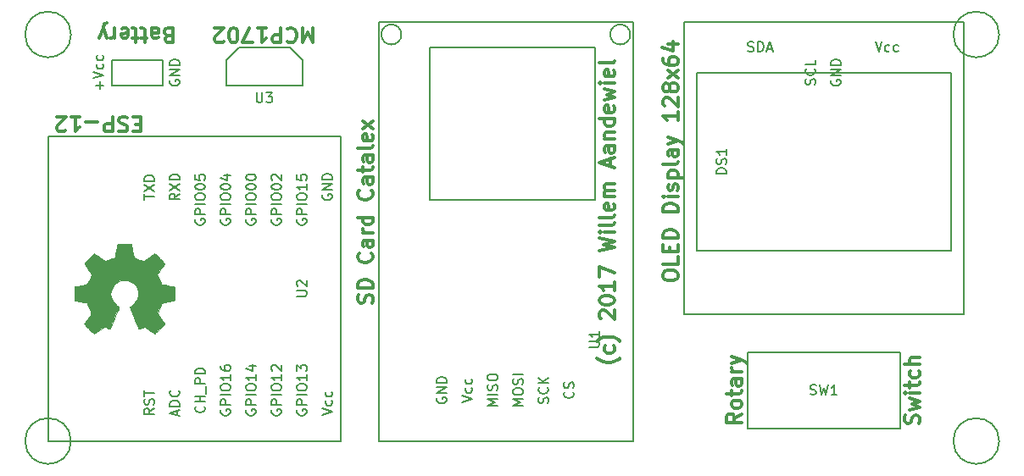
<source format=gbr>
G04 #@! TF.FileFunction,Legend,Top*
%FSLAX46Y46*%
G04 Gerber Fmt 4.6, Leading zero omitted, Abs format (unit mm)*
G04 Created by KiCad (PCBNEW 4.0.6) date Wednesday, 03 May 2017 'PMt' 19:41:19*
%MOMM*%
%LPD*%
G01*
G04 APERTURE LIST*
%ADD10C,0.100000*%
%ADD11C,0.300000*%
%ADD12C,0.150000*%
%ADD13C,0.002540*%
G04 APERTURE END LIST*
D10*
D11*
X138410000Y-71721427D02*
X138338571Y-71792855D01*
X138124286Y-71935712D01*
X137981429Y-72007141D01*
X137767143Y-72078570D01*
X137410000Y-72149998D01*
X137124286Y-72149998D01*
X136767143Y-72078570D01*
X136552857Y-72007141D01*
X136410000Y-71935712D01*
X136195714Y-71792855D01*
X136124286Y-71721427D01*
X137767143Y-70507141D02*
X137838571Y-70649998D01*
X137838571Y-70935712D01*
X137767143Y-71078570D01*
X137695714Y-71149998D01*
X137552857Y-71221427D01*
X137124286Y-71221427D01*
X136981429Y-71149998D01*
X136910000Y-71078570D01*
X136838571Y-70935712D01*
X136838571Y-70649998D01*
X136910000Y-70507141D01*
X138410000Y-70007141D02*
X138338571Y-69935713D01*
X138124286Y-69792856D01*
X137981429Y-69721427D01*
X137767143Y-69649998D01*
X137410000Y-69578570D01*
X137124286Y-69578570D01*
X136767143Y-69649998D01*
X136552857Y-69721427D01*
X136410000Y-69792856D01*
X136195714Y-69935713D01*
X136124286Y-70007141D01*
X136481429Y-67792856D02*
X136410000Y-67721427D01*
X136338571Y-67578570D01*
X136338571Y-67221427D01*
X136410000Y-67078570D01*
X136481429Y-67007141D01*
X136624286Y-66935713D01*
X136767143Y-66935713D01*
X136981429Y-67007141D01*
X137838571Y-67864284D01*
X137838571Y-66935713D01*
X136338571Y-66007142D02*
X136338571Y-65864285D01*
X136410000Y-65721428D01*
X136481429Y-65649999D01*
X136624286Y-65578570D01*
X136910000Y-65507142D01*
X137267143Y-65507142D01*
X137552857Y-65578570D01*
X137695714Y-65649999D01*
X137767143Y-65721428D01*
X137838571Y-65864285D01*
X137838571Y-66007142D01*
X137767143Y-66149999D01*
X137695714Y-66221428D01*
X137552857Y-66292856D01*
X137267143Y-66364285D01*
X136910000Y-66364285D01*
X136624286Y-66292856D01*
X136481429Y-66221428D01*
X136410000Y-66149999D01*
X136338571Y-66007142D01*
X137838571Y-64078571D02*
X137838571Y-64935714D01*
X137838571Y-64507142D02*
X136338571Y-64507142D01*
X136552857Y-64649999D01*
X136695714Y-64792857D01*
X136767143Y-64935714D01*
X136338571Y-63578571D02*
X136338571Y-62578571D01*
X137838571Y-63221428D01*
X136338571Y-61007143D02*
X137838571Y-60650000D01*
X136767143Y-60364286D01*
X137838571Y-60078572D01*
X136338571Y-59721429D01*
X137838571Y-59150000D02*
X136838571Y-59150000D01*
X136338571Y-59150000D02*
X136410000Y-59221429D01*
X136481429Y-59150000D01*
X136410000Y-59078572D01*
X136338571Y-59150000D01*
X136481429Y-59150000D01*
X137838571Y-58221428D02*
X137767143Y-58364286D01*
X137624286Y-58435714D01*
X136338571Y-58435714D01*
X137838571Y-57435714D02*
X137767143Y-57578572D01*
X137624286Y-57650000D01*
X136338571Y-57650000D01*
X137767143Y-56292858D02*
X137838571Y-56435715D01*
X137838571Y-56721429D01*
X137767143Y-56864286D01*
X137624286Y-56935715D01*
X137052857Y-56935715D01*
X136910000Y-56864286D01*
X136838571Y-56721429D01*
X136838571Y-56435715D01*
X136910000Y-56292858D01*
X137052857Y-56221429D01*
X137195714Y-56221429D01*
X137338571Y-56935715D01*
X137838571Y-55578572D02*
X136838571Y-55578572D01*
X136981429Y-55578572D02*
X136910000Y-55507144D01*
X136838571Y-55364286D01*
X136838571Y-55150001D01*
X136910000Y-55007144D01*
X137052857Y-54935715D01*
X137838571Y-54935715D01*
X137052857Y-54935715D02*
X136910000Y-54864286D01*
X136838571Y-54721429D01*
X136838571Y-54507144D01*
X136910000Y-54364286D01*
X137052857Y-54292858D01*
X137838571Y-54292858D01*
X137410000Y-52507144D02*
X137410000Y-51792858D01*
X137838571Y-52650001D02*
X136338571Y-52150001D01*
X137838571Y-51650001D01*
X137838571Y-50507144D02*
X137052857Y-50507144D01*
X136910000Y-50578573D01*
X136838571Y-50721430D01*
X136838571Y-51007144D01*
X136910000Y-51150001D01*
X137767143Y-50507144D02*
X137838571Y-50650001D01*
X137838571Y-51007144D01*
X137767143Y-51150001D01*
X137624286Y-51221430D01*
X137481429Y-51221430D01*
X137338571Y-51150001D01*
X137267143Y-51007144D01*
X137267143Y-50650001D01*
X137195714Y-50507144D01*
X136838571Y-49792858D02*
X137838571Y-49792858D01*
X136981429Y-49792858D02*
X136910000Y-49721430D01*
X136838571Y-49578572D01*
X136838571Y-49364287D01*
X136910000Y-49221430D01*
X137052857Y-49150001D01*
X137838571Y-49150001D01*
X137838571Y-47792858D02*
X136338571Y-47792858D01*
X137767143Y-47792858D02*
X137838571Y-47935715D01*
X137838571Y-48221429D01*
X137767143Y-48364287D01*
X137695714Y-48435715D01*
X137552857Y-48507144D01*
X137124286Y-48507144D01*
X136981429Y-48435715D01*
X136910000Y-48364287D01*
X136838571Y-48221429D01*
X136838571Y-47935715D01*
X136910000Y-47792858D01*
X137767143Y-46507144D02*
X137838571Y-46650001D01*
X137838571Y-46935715D01*
X137767143Y-47078572D01*
X137624286Y-47150001D01*
X137052857Y-47150001D01*
X136910000Y-47078572D01*
X136838571Y-46935715D01*
X136838571Y-46650001D01*
X136910000Y-46507144D01*
X137052857Y-46435715D01*
X137195714Y-46435715D01*
X137338571Y-47150001D01*
X136838571Y-45935715D02*
X137838571Y-45650001D01*
X137124286Y-45364287D01*
X137838571Y-45078572D01*
X136838571Y-44792858D01*
X137838571Y-44221429D02*
X136838571Y-44221429D01*
X136338571Y-44221429D02*
X136410000Y-44292858D01*
X136481429Y-44221429D01*
X136410000Y-44150001D01*
X136338571Y-44221429D01*
X136481429Y-44221429D01*
X137767143Y-42935715D02*
X137838571Y-43078572D01*
X137838571Y-43364286D01*
X137767143Y-43507143D01*
X137624286Y-43578572D01*
X137052857Y-43578572D01*
X136910000Y-43507143D01*
X136838571Y-43364286D01*
X136838571Y-43078572D01*
X136910000Y-42935715D01*
X137052857Y-42864286D01*
X137195714Y-42864286D01*
X137338571Y-43578572D01*
X137838571Y-42007143D02*
X137767143Y-42150001D01*
X137624286Y-42221429D01*
X136338571Y-42221429D01*
X90502856Y-48367143D02*
X90002856Y-48367143D01*
X89788570Y-47581429D02*
X90502856Y-47581429D01*
X90502856Y-49081429D01*
X89788570Y-49081429D01*
X89217142Y-47652857D02*
X89002856Y-47581429D01*
X88645713Y-47581429D01*
X88502856Y-47652857D01*
X88431427Y-47724286D01*
X88359999Y-47867143D01*
X88359999Y-48010000D01*
X88431427Y-48152857D01*
X88502856Y-48224286D01*
X88645713Y-48295714D01*
X88931427Y-48367143D01*
X89074285Y-48438571D01*
X89145713Y-48510000D01*
X89217142Y-48652857D01*
X89217142Y-48795714D01*
X89145713Y-48938571D01*
X89074285Y-49010000D01*
X88931427Y-49081429D01*
X88574285Y-49081429D01*
X88359999Y-49010000D01*
X87717142Y-47581429D02*
X87717142Y-49081429D01*
X87145714Y-49081429D01*
X87002856Y-49010000D01*
X86931428Y-48938571D01*
X86859999Y-48795714D01*
X86859999Y-48581429D01*
X86931428Y-48438571D01*
X87002856Y-48367143D01*
X87145714Y-48295714D01*
X87717142Y-48295714D01*
X86217142Y-48152857D02*
X85074285Y-48152857D01*
X83574285Y-47581429D02*
X84431428Y-47581429D01*
X84002856Y-47581429D02*
X84002856Y-49081429D01*
X84145713Y-48867143D01*
X84288571Y-48724286D01*
X84431428Y-48652857D01*
X83002857Y-48938571D02*
X82931428Y-49010000D01*
X82788571Y-49081429D01*
X82431428Y-49081429D01*
X82288571Y-49010000D01*
X82217142Y-48938571D01*
X82145714Y-48795714D01*
X82145714Y-48652857D01*
X82217142Y-48438571D01*
X83074285Y-47581429D01*
X82145714Y-47581429D01*
X168247143Y-78251429D02*
X168318571Y-78037143D01*
X168318571Y-77680000D01*
X168247143Y-77537143D01*
X168175714Y-77465714D01*
X168032857Y-77394286D01*
X167890000Y-77394286D01*
X167747143Y-77465714D01*
X167675714Y-77537143D01*
X167604286Y-77680000D01*
X167532857Y-77965714D01*
X167461429Y-78108572D01*
X167390000Y-78180000D01*
X167247143Y-78251429D01*
X167104286Y-78251429D01*
X166961429Y-78180000D01*
X166890000Y-78108572D01*
X166818571Y-77965714D01*
X166818571Y-77608572D01*
X166890000Y-77394286D01*
X167318571Y-76894286D02*
X168318571Y-76608572D01*
X167604286Y-76322858D01*
X168318571Y-76037143D01*
X167318571Y-75751429D01*
X168318571Y-75180000D02*
X167318571Y-75180000D01*
X166818571Y-75180000D02*
X166890000Y-75251429D01*
X166961429Y-75180000D01*
X166890000Y-75108572D01*
X166818571Y-75180000D01*
X166961429Y-75180000D01*
X167318571Y-74680000D02*
X167318571Y-74108571D01*
X166818571Y-74465714D02*
X168104286Y-74465714D01*
X168247143Y-74394286D01*
X168318571Y-74251428D01*
X168318571Y-74108571D01*
X168247143Y-72965714D02*
X168318571Y-73108571D01*
X168318571Y-73394285D01*
X168247143Y-73537143D01*
X168175714Y-73608571D01*
X168032857Y-73680000D01*
X167604286Y-73680000D01*
X167461429Y-73608571D01*
X167390000Y-73537143D01*
X167318571Y-73394285D01*
X167318571Y-73108571D01*
X167390000Y-72965714D01*
X168318571Y-72322857D02*
X166818571Y-72322857D01*
X168318571Y-71680000D02*
X167532857Y-71680000D01*
X167390000Y-71751429D01*
X167318571Y-71894286D01*
X167318571Y-72108571D01*
X167390000Y-72251429D01*
X167461429Y-72322857D01*
X150538571Y-77287142D02*
X149824286Y-77787142D01*
X150538571Y-78144285D02*
X149038571Y-78144285D01*
X149038571Y-77572857D01*
X149110000Y-77429999D01*
X149181429Y-77358571D01*
X149324286Y-77287142D01*
X149538571Y-77287142D01*
X149681429Y-77358571D01*
X149752857Y-77429999D01*
X149824286Y-77572857D01*
X149824286Y-78144285D01*
X150538571Y-76429999D02*
X150467143Y-76572857D01*
X150395714Y-76644285D01*
X150252857Y-76715714D01*
X149824286Y-76715714D01*
X149681429Y-76644285D01*
X149610000Y-76572857D01*
X149538571Y-76429999D01*
X149538571Y-76215714D01*
X149610000Y-76072857D01*
X149681429Y-76001428D01*
X149824286Y-75929999D01*
X150252857Y-75929999D01*
X150395714Y-76001428D01*
X150467143Y-76072857D01*
X150538571Y-76215714D01*
X150538571Y-76429999D01*
X149538571Y-75501428D02*
X149538571Y-74929999D01*
X149038571Y-75287142D02*
X150324286Y-75287142D01*
X150467143Y-75215714D01*
X150538571Y-75072856D01*
X150538571Y-74929999D01*
X150538571Y-73787142D02*
X149752857Y-73787142D01*
X149610000Y-73858571D01*
X149538571Y-74001428D01*
X149538571Y-74287142D01*
X149610000Y-74429999D01*
X150467143Y-73787142D02*
X150538571Y-73929999D01*
X150538571Y-74287142D01*
X150467143Y-74429999D01*
X150324286Y-74501428D01*
X150181429Y-74501428D01*
X150038571Y-74429999D01*
X149967143Y-74287142D01*
X149967143Y-73929999D01*
X149895714Y-73787142D01*
X150538571Y-73072856D02*
X149538571Y-73072856D01*
X149824286Y-73072856D02*
X149681429Y-73001428D01*
X149610000Y-72929999D01*
X149538571Y-72787142D01*
X149538571Y-72644285D01*
X149538571Y-72287142D02*
X150538571Y-71929999D01*
X149538571Y-71572857D02*
X150538571Y-71929999D01*
X150895714Y-72072857D01*
X150967143Y-72144285D01*
X151038571Y-72287142D01*
X142688571Y-63605714D02*
X142688571Y-63320000D01*
X142760000Y-63177142D01*
X142902857Y-63034285D01*
X143188571Y-62962857D01*
X143688571Y-62962857D01*
X143974286Y-63034285D01*
X144117143Y-63177142D01*
X144188571Y-63320000D01*
X144188571Y-63605714D01*
X144117143Y-63748571D01*
X143974286Y-63891428D01*
X143688571Y-63962857D01*
X143188571Y-63962857D01*
X142902857Y-63891428D01*
X142760000Y-63748571D01*
X142688571Y-63605714D01*
X144188571Y-61605713D02*
X144188571Y-62319999D01*
X142688571Y-62319999D01*
X143402857Y-61105713D02*
X143402857Y-60605713D01*
X144188571Y-60391427D02*
X144188571Y-61105713D01*
X142688571Y-61105713D01*
X142688571Y-60391427D01*
X144188571Y-59748570D02*
X142688571Y-59748570D01*
X142688571Y-59391427D01*
X142760000Y-59177142D01*
X142902857Y-59034284D01*
X143045714Y-58962856D01*
X143331429Y-58891427D01*
X143545714Y-58891427D01*
X143831429Y-58962856D01*
X143974286Y-59034284D01*
X144117143Y-59177142D01*
X144188571Y-59391427D01*
X144188571Y-59748570D01*
X144188571Y-57105713D02*
X142688571Y-57105713D01*
X142688571Y-56748570D01*
X142760000Y-56534285D01*
X142902857Y-56391427D01*
X143045714Y-56319999D01*
X143331429Y-56248570D01*
X143545714Y-56248570D01*
X143831429Y-56319999D01*
X143974286Y-56391427D01*
X144117143Y-56534285D01*
X144188571Y-56748570D01*
X144188571Y-57105713D01*
X144188571Y-55605713D02*
X143188571Y-55605713D01*
X142688571Y-55605713D02*
X142760000Y-55677142D01*
X142831429Y-55605713D01*
X142760000Y-55534285D01*
X142688571Y-55605713D01*
X142831429Y-55605713D01*
X144117143Y-54962856D02*
X144188571Y-54819999D01*
X144188571Y-54534284D01*
X144117143Y-54391427D01*
X143974286Y-54319999D01*
X143902857Y-54319999D01*
X143760000Y-54391427D01*
X143688571Y-54534284D01*
X143688571Y-54748570D01*
X143617143Y-54891427D01*
X143474286Y-54962856D01*
X143402857Y-54962856D01*
X143260000Y-54891427D01*
X143188571Y-54748570D01*
X143188571Y-54534284D01*
X143260000Y-54391427D01*
X143188571Y-53677141D02*
X144688571Y-53677141D01*
X143260000Y-53677141D02*
X143188571Y-53534284D01*
X143188571Y-53248570D01*
X143260000Y-53105713D01*
X143331429Y-53034284D01*
X143474286Y-52962855D01*
X143902857Y-52962855D01*
X144045714Y-53034284D01*
X144117143Y-53105713D01*
X144188571Y-53248570D01*
X144188571Y-53534284D01*
X144117143Y-53677141D01*
X144188571Y-52105712D02*
X144117143Y-52248570D01*
X143974286Y-52319998D01*
X142688571Y-52319998D01*
X144188571Y-50891427D02*
X143402857Y-50891427D01*
X143260000Y-50962856D01*
X143188571Y-51105713D01*
X143188571Y-51391427D01*
X143260000Y-51534284D01*
X144117143Y-50891427D02*
X144188571Y-51034284D01*
X144188571Y-51391427D01*
X144117143Y-51534284D01*
X143974286Y-51605713D01*
X143831429Y-51605713D01*
X143688571Y-51534284D01*
X143617143Y-51391427D01*
X143617143Y-51034284D01*
X143545714Y-50891427D01*
X143188571Y-50319998D02*
X144188571Y-49962855D01*
X143188571Y-49605713D02*
X144188571Y-49962855D01*
X144545714Y-50105713D01*
X144617143Y-50177141D01*
X144688571Y-50319998D01*
X144188571Y-47105713D02*
X144188571Y-47962856D01*
X144188571Y-47534284D02*
X142688571Y-47534284D01*
X142902857Y-47677141D01*
X143045714Y-47819999D01*
X143117143Y-47962856D01*
X142831429Y-46534285D02*
X142760000Y-46462856D01*
X142688571Y-46319999D01*
X142688571Y-45962856D01*
X142760000Y-45819999D01*
X142831429Y-45748570D01*
X142974286Y-45677142D01*
X143117143Y-45677142D01*
X143331429Y-45748570D01*
X144188571Y-46605713D01*
X144188571Y-45677142D01*
X143331429Y-44819999D02*
X143260000Y-44962857D01*
X143188571Y-45034285D01*
X143045714Y-45105714D01*
X142974286Y-45105714D01*
X142831429Y-45034285D01*
X142760000Y-44962857D01*
X142688571Y-44819999D01*
X142688571Y-44534285D01*
X142760000Y-44391428D01*
X142831429Y-44319999D01*
X142974286Y-44248571D01*
X143045714Y-44248571D01*
X143188571Y-44319999D01*
X143260000Y-44391428D01*
X143331429Y-44534285D01*
X143331429Y-44819999D01*
X143402857Y-44962857D01*
X143474286Y-45034285D01*
X143617143Y-45105714D01*
X143902857Y-45105714D01*
X144045714Y-45034285D01*
X144117143Y-44962857D01*
X144188571Y-44819999D01*
X144188571Y-44534285D01*
X144117143Y-44391428D01*
X144045714Y-44319999D01*
X143902857Y-44248571D01*
X143617143Y-44248571D01*
X143474286Y-44319999D01*
X143402857Y-44391428D01*
X143331429Y-44534285D01*
X144188571Y-43748571D02*
X143188571Y-42962857D01*
X143188571Y-43748571D02*
X144188571Y-42962857D01*
X142688571Y-41748571D02*
X142688571Y-42034285D01*
X142760000Y-42177142D01*
X142831429Y-42248571D01*
X143045714Y-42391428D01*
X143331429Y-42462857D01*
X143902857Y-42462857D01*
X144045714Y-42391428D01*
X144117143Y-42320000D01*
X144188571Y-42177142D01*
X144188571Y-41891428D01*
X144117143Y-41748571D01*
X144045714Y-41677142D01*
X143902857Y-41605714D01*
X143545714Y-41605714D01*
X143402857Y-41677142D01*
X143331429Y-41748571D01*
X143260000Y-41891428D01*
X143260000Y-42177142D01*
X143331429Y-42320000D01*
X143402857Y-42391428D01*
X143545714Y-42462857D01*
X143188571Y-40320000D02*
X144188571Y-40320000D01*
X142617143Y-40677143D02*
X143688571Y-41034286D01*
X143688571Y-40105714D01*
X113637143Y-66221428D02*
X113708571Y-66007142D01*
X113708571Y-65649999D01*
X113637143Y-65507142D01*
X113565714Y-65435713D01*
X113422857Y-65364285D01*
X113280000Y-65364285D01*
X113137143Y-65435713D01*
X113065714Y-65507142D01*
X112994286Y-65649999D01*
X112922857Y-65935713D01*
X112851429Y-66078571D01*
X112780000Y-66149999D01*
X112637143Y-66221428D01*
X112494286Y-66221428D01*
X112351429Y-66149999D01*
X112280000Y-66078571D01*
X112208571Y-65935713D01*
X112208571Y-65578571D01*
X112280000Y-65364285D01*
X113708571Y-64721428D02*
X112208571Y-64721428D01*
X112208571Y-64364285D01*
X112280000Y-64150000D01*
X112422857Y-64007142D01*
X112565714Y-63935714D01*
X112851429Y-63864285D01*
X113065714Y-63864285D01*
X113351429Y-63935714D01*
X113494286Y-64007142D01*
X113637143Y-64150000D01*
X113708571Y-64364285D01*
X113708571Y-64721428D01*
X113565714Y-61221428D02*
X113637143Y-61292857D01*
X113708571Y-61507143D01*
X113708571Y-61650000D01*
X113637143Y-61864285D01*
X113494286Y-62007143D01*
X113351429Y-62078571D01*
X113065714Y-62150000D01*
X112851429Y-62150000D01*
X112565714Y-62078571D01*
X112422857Y-62007143D01*
X112280000Y-61864285D01*
X112208571Y-61650000D01*
X112208571Y-61507143D01*
X112280000Y-61292857D01*
X112351429Y-61221428D01*
X113708571Y-59935714D02*
X112922857Y-59935714D01*
X112780000Y-60007143D01*
X112708571Y-60150000D01*
X112708571Y-60435714D01*
X112780000Y-60578571D01*
X113637143Y-59935714D02*
X113708571Y-60078571D01*
X113708571Y-60435714D01*
X113637143Y-60578571D01*
X113494286Y-60650000D01*
X113351429Y-60650000D01*
X113208571Y-60578571D01*
X113137143Y-60435714D01*
X113137143Y-60078571D01*
X113065714Y-59935714D01*
X113708571Y-59221428D02*
X112708571Y-59221428D01*
X112994286Y-59221428D02*
X112851429Y-59150000D01*
X112780000Y-59078571D01*
X112708571Y-58935714D01*
X112708571Y-58792857D01*
X113708571Y-57650000D02*
X112208571Y-57650000D01*
X113637143Y-57650000D02*
X113708571Y-57792857D01*
X113708571Y-58078571D01*
X113637143Y-58221429D01*
X113565714Y-58292857D01*
X113422857Y-58364286D01*
X112994286Y-58364286D01*
X112851429Y-58292857D01*
X112780000Y-58221429D01*
X112708571Y-58078571D01*
X112708571Y-57792857D01*
X112780000Y-57650000D01*
X113565714Y-54935714D02*
X113637143Y-55007143D01*
X113708571Y-55221429D01*
X113708571Y-55364286D01*
X113637143Y-55578571D01*
X113494286Y-55721429D01*
X113351429Y-55792857D01*
X113065714Y-55864286D01*
X112851429Y-55864286D01*
X112565714Y-55792857D01*
X112422857Y-55721429D01*
X112280000Y-55578571D01*
X112208571Y-55364286D01*
X112208571Y-55221429D01*
X112280000Y-55007143D01*
X112351429Y-54935714D01*
X113708571Y-53650000D02*
X112922857Y-53650000D01*
X112780000Y-53721429D01*
X112708571Y-53864286D01*
X112708571Y-54150000D01*
X112780000Y-54292857D01*
X113637143Y-53650000D02*
X113708571Y-53792857D01*
X113708571Y-54150000D01*
X113637143Y-54292857D01*
X113494286Y-54364286D01*
X113351429Y-54364286D01*
X113208571Y-54292857D01*
X113137143Y-54150000D01*
X113137143Y-53792857D01*
X113065714Y-53650000D01*
X112708571Y-53150000D02*
X112708571Y-52578571D01*
X112208571Y-52935714D02*
X113494286Y-52935714D01*
X113637143Y-52864286D01*
X113708571Y-52721428D01*
X113708571Y-52578571D01*
X113708571Y-51435714D02*
X112922857Y-51435714D01*
X112780000Y-51507143D01*
X112708571Y-51650000D01*
X112708571Y-51935714D01*
X112780000Y-52078571D01*
X113637143Y-51435714D02*
X113708571Y-51578571D01*
X113708571Y-51935714D01*
X113637143Y-52078571D01*
X113494286Y-52150000D01*
X113351429Y-52150000D01*
X113208571Y-52078571D01*
X113137143Y-51935714D01*
X113137143Y-51578571D01*
X113065714Y-51435714D01*
X113708571Y-50507142D02*
X113637143Y-50650000D01*
X113494286Y-50721428D01*
X112208571Y-50721428D01*
X113637143Y-49364286D02*
X113708571Y-49507143D01*
X113708571Y-49792857D01*
X113637143Y-49935714D01*
X113494286Y-50007143D01*
X112922857Y-50007143D01*
X112780000Y-49935714D01*
X112708571Y-49792857D01*
X112708571Y-49507143D01*
X112780000Y-49364286D01*
X112922857Y-49292857D01*
X113065714Y-49292857D01*
X113208571Y-50007143D01*
X113708571Y-48792857D02*
X112708571Y-48007143D01*
X112708571Y-48792857D02*
X113708571Y-48007143D01*
X93277142Y-39477143D02*
X93062856Y-39405714D01*
X92991428Y-39334286D01*
X92919999Y-39191429D01*
X92919999Y-38977143D01*
X92991428Y-38834286D01*
X93062856Y-38762857D01*
X93205714Y-38691429D01*
X93777142Y-38691429D01*
X93777142Y-40191429D01*
X93277142Y-40191429D01*
X93134285Y-40120000D01*
X93062856Y-40048571D01*
X92991428Y-39905714D01*
X92991428Y-39762857D01*
X93062856Y-39620000D01*
X93134285Y-39548571D01*
X93277142Y-39477143D01*
X93777142Y-39477143D01*
X91634285Y-38691429D02*
X91634285Y-39477143D01*
X91705714Y-39620000D01*
X91848571Y-39691429D01*
X92134285Y-39691429D01*
X92277142Y-39620000D01*
X91634285Y-38762857D02*
X91777142Y-38691429D01*
X92134285Y-38691429D01*
X92277142Y-38762857D01*
X92348571Y-38905714D01*
X92348571Y-39048571D01*
X92277142Y-39191429D01*
X92134285Y-39262857D01*
X91777142Y-39262857D01*
X91634285Y-39334286D01*
X91134285Y-39691429D02*
X90562856Y-39691429D01*
X90919999Y-40191429D02*
X90919999Y-38905714D01*
X90848571Y-38762857D01*
X90705713Y-38691429D01*
X90562856Y-38691429D01*
X90277142Y-39691429D02*
X89705713Y-39691429D01*
X90062856Y-40191429D02*
X90062856Y-38905714D01*
X89991428Y-38762857D01*
X89848570Y-38691429D01*
X89705713Y-38691429D01*
X88634285Y-38762857D02*
X88777142Y-38691429D01*
X89062856Y-38691429D01*
X89205713Y-38762857D01*
X89277142Y-38905714D01*
X89277142Y-39477143D01*
X89205713Y-39620000D01*
X89062856Y-39691429D01*
X88777142Y-39691429D01*
X88634285Y-39620000D01*
X88562856Y-39477143D01*
X88562856Y-39334286D01*
X89277142Y-39191429D01*
X87919999Y-38691429D02*
X87919999Y-39691429D01*
X87919999Y-39405714D02*
X87848571Y-39548571D01*
X87777142Y-39620000D01*
X87634285Y-39691429D01*
X87491428Y-39691429D01*
X87134285Y-39691429D02*
X86777142Y-38691429D01*
X86420000Y-39691429D02*
X86777142Y-38691429D01*
X86920000Y-38334286D01*
X86991428Y-38262857D01*
X87134285Y-38191429D01*
X107727142Y-38691429D02*
X107727142Y-40191429D01*
X107227142Y-39120000D01*
X106727142Y-40191429D01*
X106727142Y-38691429D01*
X105155713Y-38834286D02*
X105227142Y-38762857D01*
X105441428Y-38691429D01*
X105584285Y-38691429D01*
X105798570Y-38762857D01*
X105941428Y-38905714D01*
X106012856Y-39048571D01*
X106084285Y-39334286D01*
X106084285Y-39548571D01*
X106012856Y-39834286D01*
X105941428Y-39977143D01*
X105798570Y-40120000D01*
X105584285Y-40191429D01*
X105441428Y-40191429D01*
X105227142Y-40120000D01*
X105155713Y-40048571D01*
X104512856Y-38691429D02*
X104512856Y-40191429D01*
X103941428Y-40191429D01*
X103798570Y-40120000D01*
X103727142Y-40048571D01*
X103655713Y-39905714D01*
X103655713Y-39691429D01*
X103727142Y-39548571D01*
X103798570Y-39477143D01*
X103941428Y-39405714D01*
X104512856Y-39405714D01*
X102227142Y-38691429D02*
X103084285Y-38691429D01*
X102655713Y-38691429D02*
X102655713Y-40191429D01*
X102798570Y-39977143D01*
X102941428Y-39834286D01*
X103084285Y-39762857D01*
X101727142Y-40191429D02*
X100727142Y-40191429D01*
X101369999Y-38691429D01*
X99870000Y-40191429D02*
X99727143Y-40191429D01*
X99584286Y-40120000D01*
X99512857Y-40048571D01*
X99441428Y-39905714D01*
X99370000Y-39620000D01*
X99370000Y-39262857D01*
X99441428Y-38977143D01*
X99512857Y-38834286D01*
X99584286Y-38762857D01*
X99727143Y-38691429D01*
X99870000Y-38691429D01*
X100012857Y-38762857D01*
X100084286Y-38834286D01*
X100155714Y-38977143D01*
X100227143Y-39262857D01*
X100227143Y-39620000D01*
X100155714Y-39905714D01*
X100084286Y-40048571D01*
X100012857Y-40120000D01*
X99870000Y-40191429D01*
X98798572Y-40048571D02*
X98727143Y-40120000D01*
X98584286Y-40191429D01*
X98227143Y-40191429D01*
X98084286Y-40120000D01*
X98012857Y-40048571D01*
X97941429Y-39905714D01*
X97941429Y-39762857D01*
X98012857Y-39548571D01*
X98870000Y-38691429D01*
X97941429Y-38691429D01*
D12*
X116570000Y-39370000D02*
G75*
G03X116570000Y-39370000I-1000000J0D01*
G01*
X119380000Y-40640000D02*
X135890000Y-40640000D01*
X119380000Y-55880000D02*
X135890000Y-55880000D01*
X135890000Y-40640000D02*
X135890000Y-55880000D01*
X119380000Y-40640000D02*
X119380000Y-55880000D01*
X114300000Y-80010000D02*
X114300000Y-38100000D01*
X139700000Y-38100000D02*
X114300000Y-38100000D01*
X114300000Y-80010000D02*
X139700000Y-80010000D01*
X139700000Y-80010000D02*
X139700000Y-38100000D01*
X139430000Y-39370000D02*
G75*
G03X139430000Y-39370000I-1000000J0D01*
G01*
X81280000Y-80010000D02*
X81280000Y-49530000D01*
X110490000Y-80010000D02*
X110490000Y-49530000D01*
X81280000Y-80010000D02*
X110490000Y-80010000D01*
X81280000Y-49530000D02*
X110490000Y-49530000D01*
X110490000Y-49530000D02*
X81280000Y-49530000D01*
X110490000Y-80010000D02*
X110490000Y-49530000D01*
X146050000Y-43180000D02*
X171450000Y-43180000D01*
X146050000Y-60960000D02*
X146050000Y-43180000D01*
X171450000Y-60960000D02*
X146050000Y-60960000D01*
X171450000Y-43180000D02*
X171450000Y-60960000D01*
X144780000Y-67310000D02*
X172720000Y-67310000D01*
X144780000Y-38100000D02*
X144780000Y-67310000D01*
X172720000Y-38100000D02*
X172720000Y-67310000D01*
X172720000Y-38100000D02*
X144780000Y-38100000D01*
X151130000Y-71120000D02*
X151130000Y-78740000D01*
X166370000Y-71120000D02*
X166370000Y-78740000D01*
X151130000Y-78740000D02*
X166370000Y-78740000D01*
X151130000Y-71120000D02*
X166370000Y-71120000D01*
X105410000Y-40640000D02*
X106680000Y-41910000D01*
X100330000Y-40640000D02*
X105410000Y-40640000D01*
X99060000Y-41910000D02*
X100330000Y-40640000D01*
X99060000Y-44450000D02*
X99060000Y-41910000D01*
X106680000Y-44450000D02*
X106680000Y-41910000D01*
X106680000Y-41910000D02*
X106680000Y-44450000D01*
X99060000Y-44450000D02*
X106680000Y-44450000D01*
X106680000Y-44450000D02*
X99060000Y-44450000D01*
X92710000Y-41910000D02*
X92710000Y-44450000D01*
X87630000Y-41910000D02*
X87630000Y-44450000D01*
X87630000Y-44450000D02*
X92710000Y-44450000D01*
X87630000Y-41910000D02*
X92710000Y-41910000D01*
X176276000Y-39370000D02*
G75*
G03X176276000Y-39370000I-2286000J0D01*
G01*
X176276000Y-80010000D02*
G75*
G03X176276000Y-80010000I-2286000J0D01*
G01*
X83566000Y-39370000D02*
G75*
G03X83566000Y-39370000I-2286000J0D01*
G01*
X83566000Y-80010000D02*
G75*
G03X83566000Y-80010000I-2286000J0D01*
G01*
D13*
G36*
X85869780Y-69260720D02*
X85920580Y-69232780D01*
X86039960Y-69159120D01*
X86205060Y-69049900D01*
X86403180Y-68917820D01*
X86601300Y-68785740D01*
X86763860Y-68676520D01*
X86878160Y-68602860D01*
X86926420Y-68574920D01*
X86951820Y-68585080D01*
X87045800Y-68630800D01*
X87182960Y-68701920D01*
X87261700Y-68742560D01*
X87386160Y-68795900D01*
X87449660Y-68808600D01*
X87459820Y-68790820D01*
X87505540Y-68694300D01*
X87576660Y-68531740D01*
X87670640Y-68313300D01*
X87779860Y-68059300D01*
X87894160Y-67787520D01*
X88011000Y-67508120D01*
X88122760Y-67241420D01*
X88219280Y-67002660D01*
X88298020Y-66807080D01*
X88348820Y-66672460D01*
X88369140Y-66614040D01*
X88364060Y-66601340D01*
X88300560Y-66540380D01*
X88191340Y-66459100D01*
X87955120Y-66266060D01*
X87721440Y-65973960D01*
X87579200Y-65643760D01*
X87530940Y-65275460D01*
X87571580Y-64935100D01*
X87706200Y-64607440D01*
X87934800Y-64312800D01*
X88211660Y-64091820D01*
X88536780Y-63954660D01*
X88900000Y-63908940D01*
X89247980Y-63949580D01*
X89583260Y-64081660D01*
X89877900Y-64305180D01*
X90002360Y-64449960D01*
X90175080Y-64747140D01*
X90271600Y-65067180D01*
X90281760Y-65148460D01*
X90269060Y-65498980D01*
X90164920Y-65836800D01*
X89979500Y-66139060D01*
X89720420Y-66385440D01*
X89689940Y-66408300D01*
X89570560Y-66497200D01*
X89489280Y-66558160D01*
X89428320Y-66608960D01*
X89875360Y-67685920D01*
X89946480Y-67856100D01*
X90068400Y-68150740D01*
X90177620Y-68404740D01*
X90261440Y-68605400D01*
X90322400Y-68740020D01*
X90347800Y-68795900D01*
X90350340Y-68798440D01*
X90390980Y-68806060D01*
X90472260Y-68775580D01*
X90622120Y-68701920D01*
X90721180Y-68651120D01*
X90835480Y-68595240D01*
X90888820Y-68574920D01*
X90932000Y-68600320D01*
X91041220Y-68671440D01*
X91201240Y-68778120D01*
X91394280Y-68907660D01*
X91577160Y-69032120D01*
X91744800Y-69143880D01*
X91869260Y-69222620D01*
X91927680Y-69255640D01*
X91937840Y-69255640D01*
X91991180Y-69225160D01*
X92087700Y-69143880D01*
X92235020Y-69006720D01*
X92440760Y-68800980D01*
X92473780Y-68770500D01*
X92643960Y-68595240D01*
X92781120Y-68450460D01*
X92875100Y-68346320D01*
X92908120Y-68300600D01*
X92908120Y-68300600D01*
X92877640Y-68242180D01*
X92801440Y-68120260D01*
X92689680Y-67947540D01*
X92552520Y-67749420D01*
X92196920Y-67231260D01*
X92392500Y-66741040D01*
X92450920Y-66591180D01*
X92527120Y-66410840D01*
X92585540Y-66281300D01*
X92613480Y-66225420D01*
X92666820Y-66205100D01*
X92801440Y-66174620D01*
X92994480Y-66133980D01*
X93225620Y-66090800D01*
X93446600Y-66050160D01*
X93644720Y-66012060D01*
X93789500Y-65984120D01*
X93853000Y-65971420D01*
X93868240Y-65961260D01*
X93883480Y-65930780D01*
X93891100Y-65862200D01*
X93896180Y-65742820D01*
X93898720Y-65552320D01*
X93898720Y-65275460D01*
X93898720Y-65244980D01*
X93896180Y-64983360D01*
X93891100Y-64772540D01*
X93883480Y-64635380D01*
X93875860Y-64582040D01*
X93873320Y-64582040D01*
X93812360Y-64566800D01*
X93672660Y-64536320D01*
X93472000Y-64498220D01*
X93235780Y-64452500D01*
X93220540Y-64449960D01*
X92984320Y-64404240D01*
X92786200Y-64363600D01*
X92646500Y-64330580D01*
X92588080Y-64312800D01*
X92575380Y-64295020D01*
X92529660Y-64203580D01*
X92461080Y-64056260D01*
X92382340Y-63878460D01*
X92306140Y-63693040D01*
X92237560Y-63525400D01*
X92194380Y-63400940D01*
X92179140Y-63345060D01*
X92181680Y-63342520D01*
X92217240Y-63286640D01*
X92298520Y-63164720D01*
X92412820Y-62994540D01*
X92549980Y-62791340D01*
X92560140Y-62776100D01*
X92697300Y-62577980D01*
X92806520Y-62407800D01*
X92880180Y-62288420D01*
X92908120Y-62232540D01*
X92908120Y-62230000D01*
X92862400Y-62169040D01*
X92760800Y-62057280D01*
X92616020Y-61904880D01*
X92440760Y-61727080D01*
X92384880Y-61673740D01*
X92189300Y-61483240D01*
X92054680Y-61358780D01*
X91970860Y-61292740D01*
X91930220Y-61277500D01*
X91930220Y-61280040D01*
X91869260Y-61315600D01*
X91742260Y-61396880D01*
X91572080Y-61513720D01*
X91368880Y-61650880D01*
X91353640Y-61661040D01*
X91155520Y-61798200D01*
X90987880Y-61909960D01*
X90871040Y-61988700D01*
X90817700Y-62019180D01*
X90810080Y-62019180D01*
X90728800Y-61996320D01*
X90586560Y-61945520D01*
X90411300Y-61876940D01*
X90225880Y-61803280D01*
X90058240Y-61732160D01*
X89931240Y-61676280D01*
X89872820Y-61640720D01*
X89870280Y-61638180D01*
X89849960Y-61567060D01*
X89814400Y-61417200D01*
X89773760Y-61211460D01*
X89725500Y-60967620D01*
X89717880Y-60926980D01*
X89674700Y-60688220D01*
X89636600Y-60492640D01*
X89608660Y-60355480D01*
X89593420Y-60299600D01*
X89560400Y-60291980D01*
X89443560Y-60284360D01*
X89265760Y-60279280D01*
X89049860Y-60276740D01*
X88823800Y-60279280D01*
X88602820Y-60284360D01*
X88414860Y-60289440D01*
X88280240Y-60299600D01*
X88224360Y-60309760D01*
X88221820Y-60314840D01*
X88201500Y-60388500D01*
X88168480Y-60538360D01*
X88125300Y-60744100D01*
X88079580Y-60990480D01*
X88069420Y-61033660D01*
X88026240Y-61269880D01*
X87985600Y-61465460D01*
X87957660Y-61600080D01*
X87942420Y-61653420D01*
X87919560Y-61663580D01*
X87823040Y-61706760D01*
X87663020Y-61772800D01*
X87464900Y-61851540D01*
X87007700Y-62036960D01*
X86446360Y-61653420D01*
X86395560Y-61617860D01*
X86192360Y-61480700D01*
X86027260Y-61371480D01*
X85912960Y-61295280D01*
X85864700Y-61269880D01*
X85859620Y-61269880D01*
X85803740Y-61320680D01*
X85694520Y-61424820D01*
X85542120Y-61572140D01*
X85364320Y-61747400D01*
X85234780Y-61879480D01*
X85079840Y-62036960D01*
X84980780Y-62141100D01*
X84927440Y-62209680D01*
X84909660Y-62250320D01*
X84914740Y-62278260D01*
X84950300Y-62336680D01*
X85031580Y-62458600D01*
X85148420Y-62628780D01*
X85285580Y-62826900D01*
X85397340Y-62994540D01*
X85519260Y-63182500D01*
X85598000Y-63317120D01*
X85625940Y-63383160D01*
X85618320Y-63408560D01*
X85580220Y-63520320D01*
X85511640Y-63685420D01*
X85427820Y-63883540D01*
X85232240Y-64328040D01*
X84942680Y-64383920D01*
X84764880Y-64416940D01*
X84518500Y-64465200D01*
X84282280Y-64510920D01*
X83913980Y-64582040D01*
X83901280Y-65935860D01*
X83957160Y-65961260D01*
X84013040Y-65976500D01*
X84150200Y-66006980D01*
X84343240Y-66045080D01*
X84574380Y-66088260D01*
X84769960Y-66123820D01*
X84968080Y-66161920D01*
X85110320Y-66189860D01*
X85171280Y-66202560D01*
X85189060Y-66225420D01*
X85237320Y-66319400D01*
X85308440Y-66471800D01*
X85387180Y-66654680D01*
X85465920Y-66845180D01*
X85534500Y-67020440D01*
X85582760Y-67152520D01*
X85603080Y-67221100D01*
X85575140Y-67274440D01*
X85501480Y-67391280D01*
X85392260Y-67556380D01*
X85257640Y-67751960D01*
X85123020Y-67947540D01*
X85008720Y-68115180D01*
X84929980Y-68237100D01*
X84896960Y-68292980D01*
X84914740Y-68328540D01*
X84993480Y-68425060D01*
X85140800Y-68577460D01*
X85361780Y-68795900D01*
X85397340Y-68831460D01*
X85572600Y-68999100D01*
X85719920Y-69136260D01*
X85824060Y-69227700D01*
X85869780Y-69260720D01*
X85869780Y-69260720D01*
G37*
X85869780Y-69260720D02*
X85920580Y-69232780D01*
X86039960Y-69159120D01*
X86205060Y-69049900D01*
X86403180Y-68917820D01*
X86601300Y-68785740D01*
X86763860Y-68676520D01*
X86878160Y-68602860D01*
X86926420Y-68574920D01*
X86951820Y-68585080D01*
X87045800Y-68630800D01*
X87182960Y-68701920D01*
X87261700Y-68742560D01*
X87386160Y-68795900D01*
X87449660Y-68808600D01*
X87459820Y-68790820D01*
X87505540Y-68694300D01*
X87576660Y-68531740D01*
X87670640Y-68313300D01*
X87779860Y-68059300D01*
X87894160Y-67787520D01*
X88011000Y-67508120D01*
X88122760Y-67241420D01*
X88219280Y-67002660D01*
X88298020Y-66807080D01*
X88348820Y-66672460D01*
X88369140Y-66614040D01*
X88364060Y-66601340D01*
X88300560Y-66540380D01*
X88191340Y-66459100D01*
X87955120Y-66266060D01*
X87721440Y-65973960D01*
X87579200Y-65643760D01*
X87530940Y-65275460D01*
X87571580Y-64935100D01*
X87706200Y-64607440D01*
X87934800Y-64312800D01*
X88211660Y-64091820D01*
X88536780Y-63954660D01*
X88900000Y-63908940D01*
X89247980Y-63949580D01*
X89583260Y-64081660D01*
X89877900Y-64305180D01*
X90002360Y-64449960D01*
X90175080Y-64747140D01*
X90271600Y-65067180D01*
X90281760Y-65148460D01*
X90269060Y-65498980D01*
X90164920Y-65836800D01*
X89979500Y-66139060D01*
X89720420Y-66385440D01*
X89689940Y-66408300D01*
X89570560Y-66497200D01*
X89489280Y-66558160D01*
X89428320Y-66608960D01*
X89875360Y-67685920D01*
X89946480Y-67856100D01*
X90068400Y-68150740D01*
X90177620Y-68404740D01*
X90261440Y-68605400D01*
X90322400Y-68740020D01*
X90347800Y-68795900D01*
X90350340Y-68798440D01*
X90390980Y-68806060D01*
X90472260Y-68775580D01*
X90622120Y-68701920D01*
X90721180Y-68651120D01*
X90835480Y-68595240D01*
X90888820Y-68574920D01*
X90932000Y-68600320D01*
X91041220Y-68671440D01*
X91201240Y-68778120D01*
X91394280Y-68907660D01*
X91577160Y-69032120D01*
X91744800Y-69143880D01*
X91869260Y-69222620D01*
X91927680Y-69255640D01*
X91937840Y-69255640D01*
X91991180Y-69225160D01*
X92087700Y-69143880D01*
X92235020Y-69006720D01*
X92440760Y-68800980D01*
X92473780Y-68770500D01*
X92643960Y-68595240D01*
X92781120Y-68450460D01*
X92875100Y-68346320D01*
X92908120Y-68300600D01*
X92908120Y-68300600D01*
X92877640Y-68242180D01*
X92801440Y-68120260D01*
X92689680Y-67947540D01*
X92552520Y-67749420D01*
X92196920Y-67231260D01*
X92392500Y-66741040D01*
X92450920Y-66591180D01*
X92527120Y-66410840D01*
X92585540Y-66281300D01*
X92613480Y-66225420D01*
X92666820Y-66205100D01*
X92801440Y-66174620D01*
X92994480Y-66133980D01*
X93225620Y-66090800D01*
X93446600Y-66050160D01*
X93644720Y-66012060D01*
X93789500Y-65984120D01*
X93853000Y-65971420D01*
X93868240Y-65961260D01*
X93883480Y-65930780D01*
X93891100Y-65862200D01*
X93896180Y-65742820D01*
X93898720Y-65552320D01*
X93898720Y-65275460D01*
X93898720Y-65244980D01*
X93896180Y-64983360D01*
X93891100Y-64772540D01*
X93883480Y-64635380D01*
X93875860Y-64582040D01*
X93873320Y-64582040D01*
X93812360Y-64566800D01*
X93672660Y-64536320D01*
X93472000Y-64498220D01*
X93235780Y-64452500D01*
X93220540Y-64449960D01*
X92984320Y-64404240D01*
X92786200Y-64363600D01*
X92646500Y-64330580D01*
X92588080Y-64312800D01*
X92575380Y-64295020D01*
X92529660Y-64203580D01*
X92461080Y-64056260D01*
X92382340Y-63878460D01*
X92306140Y-63693040D01*
X92237560Y-63525400D01*
X92194380Y-63400940D01*
X92179140Y-63345060D01*
X92181680Y-63342520D01*
X92217240Y-63286640D01*
X92298520Y-63164720D01*
X92412820Y-62994540D01*
X92549980Y-62791340D01*
X92560140Y-62776100D01*
X92697300Y-62577980D01*
X92806520Y-62407800D01*
X92880180Y-62288420D01*
X92908120Y-62232540D01*
X92908120Y-62230000D01*
X92862400Y-62169040D01*
X92760800Y-62057280D01*
X92616020Y-61904880D01*
X92440760Y-61727080D01*
X92384880Y-61673740D01*
X92189300Y-61483240D01*
X92054680Y-61358780D01*
X91970860Y-61292740D01*
X91930220Y-61277500D01*
X91930220Y-61280040D01*
X91869260Y-61315600D01*
X91742260Y-61396880D01*
X91572080Y-61513720D01*
X91368880Y-61650880D01*
X91353640Y-61661040D01*
X91155520Y-61798200D01*
X90987880Y-61909960D01*
X90871040Y-61988700D01*
X90817700Y-62019180D01*
X90810080Y-62019180D01*
X90728800Y-61996320D01*
X90586560Y-61945520D01*
X90411300Y-61876940D01*
X90225880Y-61803280D01*
X90058240Y-61732160D01*
X89931240Y-61676280D01*
X89872820Y-61640720D01*
X89870280Y-61638180D01*
X89849960Y-61567060D01*
X89814400Y-61417200D01*
X89773760Y-61211460D01*
X89725500Y-60967620D01*
X89717880Y-60926980D01*
X89674700Y-60688220D01*
X89636600Y-60492640D01*
X89608660Y-60355480D01*
X89593420Y-60299600D01*
X89560400Y-60291980D01*
X89443560Y-60284360D01*
X89265760Y-60279280D01*
X89049860Y-60276740D01*
X88823800Y-60279280D01*
X88602820Y-60284360D01*
X88414860Y-60289440D01*
X88280240Y-60299600D01*
X88224360Y-60309760D01*
X88221820Y-60314840D01*
X88201500Y-60388500D01*
X88168480Y-60538360D01*
X88125300Y-60744100D01*
X88079580Y-60990480D01*
X88069420Y-61033660D01*
X88026240Y-61269880D01*
X87985600Y-61465460D01*
X87957660Y-61600080D01*
X87942420Y-61653420D01*
X87919560Y-61663580D01*
X87823040Y-61706760D01*
X87663020Y-61772800D01*
X87464900Y-61851540D01*
X87007700Y-62036960D01*
X86446360Y-61653420D01*
X86395560Y-61617860D01*
X86192360Y-61480700D01*
X86027260Y-61371480D01*
X85912960Y-61295280D01*
X85864700Y-61269880D01*
X85859620Y-61269880D01*
X85803740Y-61320680D01*
X85694520Y-61424820D01*
X85542120Y-61572140D01*
X85364320Y-61747400D01*
X85234780Y-61879480D01*
X85079840Y-62036960D01*
X84980780Y-62141100D01*
X84927440Y-62209680D01*
X84909660Y-62250320D01*
X84914740Y-62278260D01*
X84950300Y-62336680D01*
X85031580Y-62458600D01*
X85148420Y-62628780D01*
X85285580Y-62826900D01*
X85397340Y-62994540D01*
X85519260Y-63182500D01*
X85598000Y-63317120D01*
X85625940Y-63383160D01*
X85618320Y-63408560D01*
X85580220Y-63520320D01*
X85511640Y-63685420D01*
X85427820Y-63883540D01*
X85232240Y-64328040D01*
X84942680Y-64383920D01*
X84764880Y-64416940D01*
X84518500Y-64465200D01*
X84282280Y-64510920D01*
X83913980Y-64582040D01*
X83901280Y-65935860D01*
X83957160Y-65961260D01*
X84013040Y-65976500D01*
X84150200Y-66006980D01*
X84343240Y-66045080D01*
X84574380Y-66088260D01*
X84769960Y-66123820D01*
X84968080Y-66161920D01*
X85110320Y-66189860D01*
X85171280Y-66202560D01*
X85189060Y-66225420D01*
X85237320Y-66319400D01*
X85308440Y-66471800D01*
X85387180Y-66654680D01*
X85465920Y-66845180D01*
X85534500Y-67020440D01*
X85582760Y-67152520D01*
X85603080Y-67221100D01*
X85575140Y-67274440D01*
X85501480Y-67391280D01*
X85392260Y-67556380D01*
X85257640Y-67751960D01*
X85123020Y-67947540D01*
X85008720Y-68115180D01*
X84929980Y-68237100D01*
X84896960Y-68292980D01*
X84914740Y-68328540D01*
X84993480Y-68425060D01*
X85140800Y-68577460D01*
X85361780Y-68795900D01*
X85397340Y-68831460D01*
X85572600Y-68999100D01*
X85719920Y-69136260D01*
X85824060Y-69227700D01*
X85869780Y-69260720D01*
D12*
X135342381Y-70611905D02*
X136151905Y-70611905D01*
X136247143Y-70564286D01*
X136294762Y-70516667D01*
X136342381Y-70421429D01*
X136342381Y-70230952D01*
X136294762Y-70135714D01*
X136247143Y-70088095D01*
X136151905Y-70040476D01*
X135342381Y-70040476D01*
X136342381Y-69040476D02*
X136342381Y-69611905D01*
X136342381Y-69326191D02*
X135342381Y-69326191D01*
X135485238Y-69421429D01*
X135580476Y-69516667D01*
X135628095Y-69611905D01*
X133707143Y-75096666D02*
X133754762Y-75144285D01*
X133802381Y-75287142D01*
X133802381Y-75382380D01*
X133754762Y-75525238D01*
X133659524Y-75620476D01*
X133564286Y-75668095D01*
X133373810Y-75715714D01*
X133230952Y-75715714D01*
X133040476Y-75668095D01*
X132945238Y-75620476D01*
X132850000Y-75525238D01*
X132802381Y-75382380D01*
X132802381Y-75287142D01*
X132850000Y-75144285D01*
X132897619Y-75096666D01*
X133754762Y-74715714D02*
X133802381Y-74572857D01*
X133802381Y-74334761D01*
X133754762Y-74239523D01*
X133707143Y-74191904D01*
X133611905Y-74144285D01*
X133516667Y-74144285D01*
X133421429Y-74191904D01*
X133373810Y-74239523D01*
X133326190Y-74334761D01*
X133278571Y-74525238D01*
X133230952Y-74620476D01*
X133183333Y-74668095D01*
X133088095Y-74715714D01*
X132992857Y-74715714D01*
X132897619Y-74668095D01*
X132850000Y-74620476D01*
X132802381Y-74525238D01*
X132802381Y-74287142D01*
X132850000Y-74144285D01*
X131214762Y-76215714D02*
X131262381Y-76072857D01*
X131262381Y-75834761D01*
X131214762Y-75739523D01*
X131167143Y-75691904D01*
X131071905Y-75644285D01*
X130976667Y-75644285D01*
X130881429Y-75691904D01*
X130833810Y-75739523D01*
X130786190Y-75834761D01*
X130738571Y-76025238D01*
X130690952Y-76120476D01*
X130643333Y-76168095D01*
X130548095Y-76215714D01*
X130452857Y-76215714D01*
X130357619Y-76168095D01*
X130310000Y-76120476D01*
X130262381Y-76025238D01*
X130262381Y-75787142D01*
X130310000Y-75644285D01*
X131167143Y-74644285D02*
X131214762Y-74691904D01*
X131262381Y-74834761D01*
X131262381Y-74929999D01*
X131214762Y-75072857D01*
X131119524Y-75168095D01*
X131024286Y-75215714D01*
X130833810Y-75263333D01*
X130690952Y-75263333D01*
X130500476Y-75215714D01*
X130405238Y-75168095D01*
X130310000Y-75072857D01*
X130262381Y-74929999D01*
X130262381Y-74834761D01*
X130310000Y-74691904D01*
X130357619Y-74644285D01*
X131262381Y-74215714D02*
X130262381Y-74215714D01*
X131262381Y-73644285D02*
X130690952Y-74072857D01*
X130262381Y-73644285D02*
X130833810Y-74215714D01*
X128722381Y-76501428D02*
X127722381Y-76501428D01*
X128436667Y-76168094D01*
X127722381Y-75834761D01*
X128722381Y-75834761D01*
X127722381Y-75168095D02*
X127722381Y-74977618D01*
X127770000Y-74882380D01*
X127865238Y-74787142D01*
X128055714Y-74739523D01*
X128389048Y-74739523D01*
X128579524Y-74787142D01*
X128674762Y-74882380D01*
X128722381Y-74977618D01*
X128722381Y-75168095D01*
X128674762Y-75263333D01*
X128579524Y-75358571D01*
X128389048Y-75406190D01*
X128055714Y-75406190D01*
X127865238Y-75358571D01*
X127770000Y-75263333D01*
X127722381Y-75168095D01*
X128674762Y-74358571D02*
X128722381Y-74215714D01*
X128722381Y-73977618D01*
X128674762Y-73882380D01*
X128627143Y-73834761D01*
X128531905Y-73787142D01*
X128436667Y-73787142D01*
X128341429Y-73834761D01*
X128293810Y-73882380D01*
X128246190Y-73977618D01*
X128198571Y-74168095D01*
X128150952Y-74263333D01*
X128103333Y-74310952D01*
X128008095Y-74358571D01*
X127912857Y-74358571D01*
X127817619Y-74310952D01*
X127770000Y-74263333D01*
X127722381Y-74168095D01*
X127722381Y-73929999D01*
X127770000Y-73787142D01*
X128722381Y-73358571D02*
X127722381Y-73358571D01*
X126182381Y-76501428D02*
X125182381Y-76501428D01*
X125896667Y-76168094D01*
X125182381Y-75834761D01*
X126182381Y-75834761D01*
X126182381Y-75358571D02*
X125182381Y-75358571D01*
X126134762Y-74930000D02*
X126182381Y-74787143D01*
X126182381Y-74549047D01*
X126134762Y-74453809D01*
X126087143Y-74406190D01*
X125991905Y-74358571D01*
X125896667Y-74358571D01*
X125801429Y-74406190D01*
X125753810Y-74453809D01*
X125706190Y-74549047D01*
X125658571Y-74739524D01*
X125610952Y-74834762D01*
X125563333Y-74882381D01*
X125468095Y-74930000D01*
X125372857Y-74930000D01*
X125277619Y-74882381D01*
X125230000Y-74834762D01*
X125182381Y-74739524D01*
X125182381Y-74501428D01*
X125230000Y-74358571D01*
X125182381Y-73739524D02*
X125182381Y-73549047D01*
X125230000Y-73453809D01*
X125325238Y-73358571D01*
X125515714Y-73310952D01*
X125849048Y-73310952D01*
X126039524Y-73358571D01*
X126134762Y-73453809D01*
X126182381Y-73549047D01*
X126182381Y-73739524D01*
X126134762Y-73834762D01*
X126039524Y-73930000D01*
X125849048Y-73977619D01*
X125515714Y-73977619D01*
X125325238Y-73930000D01*
X125230000Y-73834762D01*
X125182381Y-73739524D01*
X122642381Y-76120476D02*
X123642381Y-75787143D01*
X122642381Y-75453809D01*
X123594762Y-74691904D02*
X123642381Y-74787142D01*
X123642381Y-74977619D01*
X123594762Y-75072857D01*
X123547143Y-75120476D01*
X123451905Y-75168095D01*
X123166190Y-75168095D01*
X123070952Y-75120476D01*
X123023333Y-75072857D01*
X122975714Y-74977619D01*
X122975714Y-74787142D01*
X123023333Y-74691904D01*
X123594762Y-73834761D02*
X123642381Y-73929999D01*
X123642381Y-74120476D01*
X123594762Y-74215714D01*
X123547143Y-74263333D01*
X123451905Y-74310952D01*
X123166190Y-74310952D01*
X123070952Y-74263333D01*
X123023333Y-74215714D01*
X122975714Y-74120476D01*
X122975714Y-73929999D01*
X123023333Y-73834761D01*
X120150000Y-75691904D02*
X120102381Y-75787142D01*
X120102381Y-75929999D01*
X120150000Y-76072857D01*
X120245238Y-76168095D01*
X120340476Y-76215714D01*
X120530952Y-76263333D01*
X120673810Y-76263333D01*
X120864286Y-76215714D01*
X120959524Y-76168095D01*
X121054762Y-76072857D01*
X121102381Y-75929999D01*
X121102381Y-75834761D01*
X121054762Y-75691904D01*
X121007143Y-75644285D01*
X120673810Y-75644285D01*
X120673810Y-75834761D01*
X121102381Y-75215714D02*
X120102381Y-75215714D01*
X121102381Y-74644285D01*
X120102381Y-74644285D01*
X121102381Y-74168095D02*
X120102381Y-74168095D01*
X120102381Y-73930000D01*
X120150000Y-73787142D01*
X120245238Y-73691904D01*
X120340476Y-73644285D01*
X120530952Y-73596666D01*
X120673810Y-73596666D01*
X120864286Y-73644285D01*
X120959524Y-73691904D01*
X121054762Y-73787142D01*
X121102381Y-73930000D01*
X121102381Y-74168095D01*
X106132381Y-65531905D02*
X106941905Y-65531905D01*
X107037143Y-65484286D01*
X107084762Y-65436667D01*
X107132381Y-65341429D01*
X107132381Y-65150952D01*
X107084762Y-65055714D01*
X107037143Y-65008095D01*
X106941905Y-64960476D01*
X106132381Y-64960476D01*
X106227619Y-64531905D02*
X106180000Y-64484286D01*
X106132381Y-64389048D01*
X106132381Y-64150952D01*
X106180000Y-64055714D01*
X106227619Y-64008095D01*
X106322857Y-63960476D01*
X106418095Y-63960476D01*
X106560952Y-64008095D01*
X107132381Y-64579524D01*
X107132381Y-63960476D01*
X90892381Y-55871905D02*
X90892381Y-55300476D01*
X91892381Y-55586191D02*
X90892381Y-55586191D01*
X90892381Y-55062381D02*
X91892381Y-54395714D01*
X90892381Y-54395714D02*
X91892381Y-55062381D01*
X91892381Y-54014762D02*
X90892381Y-54014762D01*
X90892381Y-53776667D01*
X90940000Y-53633809D01*
X91035238Y-53538571D01*
X91130476Y-53490952D01*
X91320952Y-53443333D01*
X91463810Y-53443333D01*
X91654286Y-53490952D01*
X91749524Y-53538571D01*
X91844762Y-53633809D01*
X91892381Y-53776667D01*
X91892381Y-54014762D01*
X94432381Y-55276666D02*
X93956190Y-55610000D01*
X94432381Y-55848095D02*
X93432381Y-55848095D01*
X93432381Y-55467142D01*
X93480000Y-55371904D01*
X93527619Y-55324285D01*
X93622857Y-55276666D01*
X93765714Y-55276666D01*
X93860952Y-55324285D01*
X93908571Y-55371904D01*
X93956190Y-55467142D01*
X93956190Y-55848095D01*
X93432381Y-54943333D02*
X94432381Y-54276666D01*
X93432381Y-54276666D02*
X94432381Y-54943333D01*
X94432381Y-53895714D02*
X93432381Y-53895714D01*
X93432381Y-53657619D01*
X93480000Y-53514761D01*
X93575238Y-53419523D01*
X93670476Y-53371904D01*
X93860952Y-53324285D01*
X94003810Y-53324285D01*
X94194286Y-53371904D01*
X94289524Y-53419523D01*
X94384762Y-53514761D01*
X94432381Y-53657619D01*
X94432381Y-53895714D01*
X96020000Y-57832380D02*
X95972381Y-57927618D01*
X95972381Y-58070475D01*
X96020000Y-58213333D01*
X96115238Y-58308571D01*
X96210476Y-58356190D01*
X96400952Y-58403809D01*
X96543810Y-58403809D01*
X96734286Y-58356190D01*
X96829524Y-58308571D01*
X96924762Y-58213333D01*
X96972381Y-58070475D01*
X96972381Y-57975237D01*
X96924762Y-57832380D01*
X96877143Y-57784761D01*
X96543810Y-57784761D01*
X96543810Y-57975237D01*
X96972381Y-57356190D02*
X95972381Y-57356190D01*
X95972381Y-56975237D01*
X96020000Y-56879999D01*
X96067619Y-56832380D01*
X96162857Y-56784761D01*
X96305714Y-56784761D01*
X96400952Y-56832380D01*
X96448571Y-56879999D01*
X96496190Y-56975237D01*
X96496190Y-57356190D01*
X96972381Y-56356190D02*
X95972381Y-56356190D01*
X95972381Y-55689524D02*
X95972381Y-55499047D01*
X96020000Y-55403809D01*
X96115238Y-55308571D01*
X96305714Y-55260952D01*
X96639048Y-55260952D01*
X96829524Y-55308571D01*
X96924762Y-55403809D01*
X96972381Y-55499047D01*
X96972381Y-55689524D01*
X96924762Y-55784762D01*
X96829524Y-55880000D01*
X96639048Y-55927619D01*
X96305714Y-55927619D01*
X96115238Y-55880000D01*
X96020000Y-55784762D01*
X95972381Y-55689524D01*
X95972381Y-54641905D02*
X95972381Y-54546666D01*
X96020000Y-54451428D01*
X96067619Y-54403809D01*
X96162857Y-54356190D01*
X96353333Y-54308571D01*
X96591429Y-54308571D01*
X96781905Y-54356190D01*
X96877143Y-54403809D01*
X96924762Y-54451428D01*
X96972381Y-54546666D01*
X96972381Y-54641905D01*
X96924762Y-54737143D01*
X96877143Y-54784762D01*
X96781905Y-54832381D01*
X96591429Y-54880000D01*
X96353333Y-54880000D01*
X96162857Y-54832381D01*
X96067619Y-54784762D01*
X96020000Y-54737143D01*
X95972381Y-54641905D01*
X95972381Y-53403809D02*
X95972381Y-53880000D01*
X96448571Y-53927619D01*
X96400952Y-53880000D01*
X96353333Y-53784762D01*
X96353333Y-53546666D01*
X96400952Y-53451428D01*
X96448571Y-53403809D01*
X96543810Y-53356190D01*
X96781905Y-53356190D01*
X96877143Y-53403809D01*
X96924762Y-53451428D01*
X96972381Y-53546666D01*
X96972381Y-53784762D01*
X96924762Y-53880000D01*
X96877143Y-53927619D01*
X98560000Y-57832380D02*
X98512381Y-57927618D01*
X98512381Y-58070475D01*
X98560000Y-58213333D01*
X98655238Y-58308571D01*
X98750476Y-58356190D01*
X98940952Y-58403809D01*
X99083810Y-58403809D01*
X99274286Y-58356190D01*
X99369524Y-58308571D01*
X99464762Y-58213333D01*
X99512381Y-58070475D01*
X99512381Y-57975237D01*
X99464762Y-57832380D01*
X99417143Y-57784761D01*
X99083810Y-57784761D01*
X99083810Y-57975237D01*
X99512381Y-57356190D02*
X98512381Y-57356190D01*
X98512381Y-56975237D01*
X98560000Y-56879999D01*
X98607619Y-56832380D01*
X98702857Y-56784761D01*
X98845714Y-56784761D01*
X98940952Y-56832380D01*
X98988571Y-56879999D01*
X99036190Y-56975237D01*
X99036190Y-57356190D01*
X99512381Y-56356190D02*
X98512381Y-56356190D01*
X98512381Y-55689524D02*
X98512381Y-55499047D01*
X98560000Y-55403809D01*
X98655238Y-55308571D01*
X98845714Y-55260952D01*
X99179048Y-55260952D01*
X99369524Y-55308571D01*
X99464762Y-55403809D01*
X99512381Y-55499047D01*
X99512381Y-55689524D01*
X99464762Y-55784762D01*
X99369524Y-55880000D01*
X99179048Y-55927619D01*
X98845714Y-55927619D01*
X98655238Y-55880000D01*
X98560000Y-55784762D01*
X98512381Y-55689524D01*
X98512381Y-54641905D02*
X98512381Y-54546666D01*
X98560000Y-54451428D01*
X98607619Y-54403809D01*
X98702857Y-54356190D01*
X98893333Y-54308571D01*
X99131429Y-54308571D01*
X99321905Y-54356190D01*
X99417143Y-54403809D01*
X99464762Y-54451428D01*
X99512381Y-54546666D01*
X99512381Y-54641905D01*
X99464762Y-54737143D01*
X99417143Y-54784762D01*
X99321905Y-54832381D01*
X99131429Y-54880000D01*
X98893333Y-54880000D01*
X98702857Y-54832381D01*
X98607619Y-54784762D01*
X98560000Y-54737143D01*
X98512381Y-54641905D01*
X98845714Y-53451428D02*
X99512381Y-53451428D01*
X98464762Y-53689524D02*
X99179048Y-53927619D01*
X99179048Y-53308571D01*
X101100000Y-57832380D02*
X101052381Y-57927618D01*
X101052381Y-58070475D01*
X101100000Y-58213333D01*
X101195238Y-58308571D01*
X101290476Y-58356190D01*
X101480952Y-58403809D01*
X101623810Y-58403809D01*
X101814286Y-58356190D01*
X101909524Y-58308571D01*
X102004762Y-58213333D01*
X102052381Y-58070475D01*
X102052381Y-57975237D01*
X102004762Y-57832380D01*
X101957143Y-57784761D01*
X101623810Y-57784761D01*
X101623810Y-57975237D01*
X102052381Y-57356190D02*
X101052381Y-57356190D01*
X101052381Y-56975237D01*
X101100000Y-56879999D01*
X101147619Y-56832380D01*
X101242857Y-56784761D01*
X101385714Y-56784761D01*
X101480952Y-56832380D01*
X101528571Y-56879999D01*
X101576190Y-56975237D01*
X101576190Y-57356190D01*
X102052381Y-56356190D02*
X101052381Y-56356190D01*
X101052381Y-55689524D02*
X101052381Y-55499047D01*
X101100000Y-55403809D01*
X101195238Y-55308571D01*
X101385714Y-55260952D01*
X101719048Y-55260952D01*
X101909524Y-55308571D01*
X102004762Y-55403809D01*
X102052381Y-55499047D01*
X102052381Y-55689524D01*
X102004762Y-55784762D01*
X101909524Y-55880000D01*
X101719048Y-55927619D01*
X101385714Y-55927619D01*
X101195238Y-55880000D01*
X101100000Y-55784762D01*
X101052381Y-55689524D01*
X101052381Y-54641905D02*
X101052381Y-54546666D01*
X101100000Y-54451428D01*
X101147619Y-54403809D01*
X101242857Y-54356190D01*
X101433333Y-54308571D01*
X101671429Y-54308571D01*
X101861905Y-54356190D01*
X101957143Y-54403809D01*
X102004762Y-54451428D01*
X102052381Y-54546666D01*
X102052381Y-54641905D01*
X102004762Y-54737143D01*
X101957143Y-54784762D01*
X101861905Y-54832381D01*
X101671429Y-54880000D01*
X101433333Y-54880000D01*
X101242857Y-54832381D01*
X101147619Y-54784762D01*
X101100000Y-54737143D01*
X101052381Y-54641905D01*
X101052381Y-53689524D02*
X101052381Y-53594285D01*
X101100000Y-53499047D01*
X101147619Y-53451428D01*
X101242857Y-53403809D01*
X101433333Y-53356190D01*
X101671429Y-53356190D01*
X101861905Y-53403809D01*
X101957143Y-53451428D01*
X102004762Y-53499047D01*
X102052381Y-53594285D01*
X102052381Y-53689524D01*
X102004762Y-53784762D01*
X101957143Y-53832381D01*
X101861905Y-53880000D01*
X101671429Y-53927619D01*
X101433333Y-53927619D01*
X101242857Y-53880000D01*
X101147619Y-53832381D01*
X101100000Y-53784762D01*
X101052381Y-53689524D01*
X103640000Y-57832380D02*
X103592381Y-57927618D01*
X103592381Y-58070475D01*
X103640000Y-58213333D01*
X103735238Y-58308571D01*
X103830476Y-58356190D01*
X104020952Y-58403809D01*
X104163810Y-58403809D01*
X104354286Y-58356190D01*
X104449524Y-58308571D01*
X104544762Y-58213333D01*
X104592381Y-58070475D01*
X104592381Y-57975237D01*
X104544762Y-57832380D01*
X104497143Y-57784761D01*
X104163810Y-57784761D01*
X104163810Y-57975237D01*
X104592381Y-57356190D02*
X103592381Y-57356190D01*
X103592381Y-56975237D01*
X103640000Y-56879999D01*
X103687619Y-56832380D01*
X103782857Y-56784761D01*
X103925714Y-56784761D01*
X104020952Y-56832380D01*
X104068571Y-56879999D01*
X104116190Y-56975237D01*
X104116190Y-57356190D01*
X104592381Y-56356190D02*
X103592381Y-56356190D01*
X103592381Y-55689524D02*
X103592381Y-55499047D01*
X103640000Y-55403809D01*
X103735238Y-55308571D01*
X103925714Y-55260952D01*
X104259048Y-55260952D01*
X104449524Y-55308571D01*
X104544762Y-55403809D01*
X104592381Y-55499047D01*
X104592381Y-55689524D01*
X104544762Y-55784762D01*
X104449524Y-55880000D01*
X104259048Y-55927619D01*
X103925714Y-55927619D01*
X103735238Y-55880000D01*
X103640000Y-55784762D01*
X103592381Y-55689524D01*
X103592381Y-54641905D02*
X103592381Y-54546666D01*
X103640000Y-54451428D01*
X103687619Y-54403809D01*
X103782857Y-54356190D01*
X103973333Y-54308571D01*
X104211429Y-54308571D01*
X104401905Y-54356190D01*
X104497143Y-54403809D01*
X104544762Y-54451428D01*
X104592381Y-54546666D01*
X104592381Y-54641905D01*
X104544762Y-54737143D01*
X104497143Y-54784762D01*
X104401905Y-54832381D01*
X104211429Y-54880000D01*
X103973333Y-54880000D01*
X103782857Y-54832381D01*
X103687619Y-54784762D01*
X103640000Y-54737143D01*
X103592381Y-54641905D01*
X103687619Y-53927619D02*
X103640000Y-53880000D01*
X103592381Y-53784762D01*
X103592381Y-53546666D01*
X103640000Y-53451428D01*
X103687619Y-53403809D01*
X103782857Y-53356190D01*
X103878095Y-53356190D01*
X104020952Y-53403809D01*
X104592381Y-53975238D01*
X104592381Y-53356190D01*
X106180000Y-57832380D02*
X106132381Y-57927618D01*
X106132381Y-58070475D01*
X106180000Y-58213333D01*
X106275238Y-58308571D01*
X106370476Y-58356190D01*
X106560952Y-58403809D01*
X106703810Y-58403809D01*
X106894286Y-58356190D01*
X106989524Y-58308571D01*
X107084762Y-58213333D01*
X107132381Y-58070475D01*
X107132381Y-57975237D01*
X107084762Y-57832380D01*
X107037143Y-57784761D01*
X106703810Y-57784761D01*
X106703810Y-57975237D01*
X107132381Y-57356190D02*
X106132381Y-57356190D01*
X106132381Y-56975237D01*
X106180000Y-56879999D01*
X106227619Y-56832380D01*
X106322857Y-56784761D01*
X106465714Y-56784761D01*
X106560952Y-56832380D01*
X106608571Y-56879999D01*
X106656190Y-56975237D01*
X106656190Y-57356190D01*
X107132381Y-56356190D02*
X106132381Y-56356190D01*
X106132381Y-55689524D02*
X106132381Y-55499047D01*
X106180000Y-55403809D01*
X106275238Y-55308571D01*
X106465714Y-55260952D01*
X106799048Y-55260952D01*
X106989524Y-55308571D01*
X107084762Y-55403809D01*
X107132381Y-55499047D01*
X107132381Y-55689524D01*
X107084762Y-55784762D01*
X106989524Y-55880000D01*
X106799048Y-55927619D01*
X106465714Y-55927619D01*
X106275238Y-55880000D01*
X106180000Y-55784762D01*
X106132381Y-55689524D01*
X107132381Y-54308571D02*
X107132381Y-54880000D01*
X107132381Y-54594286D02*
X106132381Y-54594286D01*
X106275238Y-54689524D01*
X106370476Y-54784762D01*
X106418095Y-54880000D01*
X106132381Y-53403809D02*
X106132381Y-53880000D01*
X106608571Y-53927619D01*
X106560952Y-53880000D01*
X106513333Y-53784762D01*
X106513333Y-53546666D01*
X106560952Y-53451428D01*
X106608571Y-53403809D01*
X106703810Y-53356190D01*
X106941905Y-53356190D01*
X107037143Y-53403809D01*
X107084762Y-53451428D01*
X107132381Y-53546666D01*
X107132381Y-53784762D01*
X107084762Y-53880000D01*
X107037143Y-53927619D01*
X108720000Y-55371904D02*
X108672381Y-55467142D01*
X108672381Y-55609999D01*
X108720000Y-55752857D01*
X108815238Y-55848095D01*
X108910476Y-55895714D01*
X109100952Y-55943333D01*
X109243810Y-55943333D01*
X109434286Y-55895714D01*
X109529524Y-55848095D01*
X109624762Y-55752857D01*
X109672381Y-55609999D01*
X109672381Y-55514761D01*
X109624762Y-55371904D01*
X109577143Y-55324285D01*
X109243810Y-55324285D01*
X109243810Y-55514761D01*
X109672381Y-54895714D02*
X108672381Y-54895714D01*
X109672381Y-54324285D01*
X108672381Y-54324285D01*
X109672381Y-53848095D02*
X108672381Y-53848095D01*
X108672381Y-53610000D01*
X108720000Y-53467142D01*
X108815238Y-53371904D01*
X108910476Y-53324285D01*
X109100952Y-53276666D01*
X109243810Y-53276666D01*
X109434286Y-53324285D01*
X109529524Y-53371904D01*
X109624762Y-53467142D01*
X109672381Y-53610000D01*
X109672381Y-53848095D01*
X108672381Y-77390476D02*
X109672381Y-77057143D01*
X108672381Y-76723809D01*
X109624762Y-75961904D02*
X109672381Y-76057142D01*
X109672381Y-76247619D01*
X109624762Y-76342857D01*
X109577143Y-76390476D01*
X109481905Y-76438095D01*
X109196190Y-76438095D01*
X109100952Y-76390476D01*
X109053333Y-76342857D01*
X109005714Y-76247619D01*
X109005714Y-76057142D01*
X109053333Y-75961904D01*
X109624762Y-75104761D02*
X109672381Y-75199999D01*
X109672381Y-75390476D01*
X109624762Y-75485714D01*
X109577143Y-75533333D01*
X109481905Y-75580952D01*
X109196190Y-75580952D01*
X109100952Y-75533333D01*
X109053333Y-75485714D01*
X109005714Y-75390476D01*
X109005714Y-75199999D01*
X109053333Y-75104761D01*
X106180000Y-76882380D02*
X106132381Y-76977618D01*
X106132381Y-77120475D01*
X106180000Y-77263333D01*
X106275238Y-77358571D01*
X106370476Y-77406190D01*
X106560952Y-77453809D01*
X106703810Y-77453809D01*
X106894286Y-77406190D01*
X106989524Y-77358571D01*
X107084762Y-77263333D01*
X107132381Y-77120475D01*
X107132381Y-77025237D01*
X107084762Y-76882380D01*
X107037143Y-76834761D01*
X106703810Y-76834761D01*
X106703810Y-77025237D01*
X107132381Y-76406190D02*
X106132381Y-76406190D01*
X106132381Y-76025237D01*
X106180000Y-75929999D01*
X106227619Y-75882380D01*
X106322857Y-75834761D01*
X106465714Y-75834761D01*
X106560952Y-75882380D01*
X106608571Y-75929999D01*
X106656190Y-76025237D01*
X106656190Y-76406190D01*
X107132381Y-75406190D02*
X106132381Y-75406190D01*
X106132381Y-74739524D02*
X106132381Y-74549047D01*
X106180000Y-74453809D01*
X106275238Y-74358571D01*
X106465714Y-74310952D01*
X106799048Y-74310952D01*
X106989524Y-74358571D01*
X107084762Y-74453809D01*
X107132381Y-74549047D01*
X107132381Y-74739524D01*
X107084762Y-74834762D01*
X106989524Y-74930000D01*
X106799048Y-74977619D01*
X106465714Y-74977619D01*
X106275238Y-74930000D01*
X106180000Y-74834762D01*
X106132381Y-74739524D01*
X107132381Y-73358571D02*
X107132381Y-73930000D01*
X107132381Y-73644286D02*
X106132381Y-73644286D01*
X106275238Y-73739524D01*
X106370476Y-73834762D01*
X106418095Y-73930000D01*
X106132381Y-73025238D02*
X106132381Y-72406190D01*
X106513333Y-72739524D01*
X106513333Y-72596666D01*
X106560952Y-72501428D01*
X106608571Y-72453809D01*
X106703810Y-72406190D01*
X106941905Y-72406190D01*
X107037143Y-72453809D01*
X107084762Y-72501428D01*
X107132381Y-72596666D01*
X107132381Y-72882381D01*
X107084762Y-72977619D01*
X107037143Y-73025238D01*
X103640000Y-76882380D02*
X103592381Y-76977618D01*
X103592381Y-77120475D01*
X103640000Y-77263333D01*
X103735238Y-77358571D01*
X103830476Y-77406190D01*
X104020952Y-77453809D01*
X104163810Y-77453809D01*
X104354286Y-77406190D01*
X104449524Y-77358571D01*
X104544762Y-77263333D01*
X104592381Y-77120475D01*
X104592381Y-77025237D01*
X104544762Y-76882380D01*
X104497143Y-76834761D01*
X104163810Y-76834761D01*
X104163810Y-77025237D01*
X104592381Y-76406190D02*
X103592381Y-76406190D01*
X103592381Y-76025237D01*
X103640000Y-75929999D01*
X103687619Y-75882380D01*
X103782857Y-75834761D01*
X103925714Y-75834761D01*
X104020952Y-75882380D01*
X104068571Y-75929999D01*
X104116190Y-76025237D01*
X104116190Y-76406190D01*
X104592381Y-75406190D02*
X103592381Y-75406190D01*
X103592381Y-74739524D02*
X103592381Y-74549047D01*
X103640000Y-74453809D01*
X103735238Y-74358571D01*
X103925714Y-74310952D01*
X104259048Y-74310952D01*
X104449524Y-74358571D01*
X104544762Y-74453809D01*
X104592381Y-74549047D01*
X104592381Y-74739524D01*
X104544762Y-74834762D01*
X104449524Y-74930000D01*
X104259048Y-74977619D01*
X103925714Y-74977619D01*
X103735238Y-74930000D01*
X103640000Y-74834762D01*
X103592381Y-74739524D01*
X104592381Y-73358571D02*
X104592381Y-73930000D01*
X104592381Y-73644286D02*
X103592381Y-73644286D01*
X103735238Y-73739524D01*
X103830476Y-73834762D01*
X103878095Y-73930000D01*
X103687619Y-72977619D02*
X103640000Y-72930000D01*
X103592381Y-72834762D01*
X103592381Y-72596666D01*
X103640000Y-72501428D01*
X103687619Y-72453809D01*
X103782857Y-72406190D01*
X103878095Y-72406190D01*
X104020952Y-72453809D01*
X104592381Y-73025238D01*
X104592381Y-72406190D01*
X101100000Y-76882380D02*
X101052381Y-76977618D01*
X101052381Y-77120475D01*
X101100000Y-77263333D01*
X101195238Y-77358571D01*
X101290476Y-77406190D01*
X101480952Y-77453809D01*
X101623810Y-77453809D01*
X101814286Y-77406190D01*
X101909524Y-77358571D01*
X102004762Y-77263333D01*
X102052381Y-77120475D01*
X102052381Y-77025237D01*
X102004762Y-76882380D01*
X101957143Y-76834761D01*
X101623810Y-76834761D01*
X101623810Y-77025237D01*
X102052381Y-76406190D02*
X101052381Y-76406190D01*
X101052381Y-76025237D01*
X101100000Y-75929999D01*
X101147619Y-75882380D01*
X101242857Y-75834761D01*
X101385714Y-75834761D01*
X101480952Y-75882380D01*
X101528571Y-75929999D01*
X101576190Y-76025237D01*
X101576190Y-76406190D01*
X102052381Y-75406190D02*
X101052381Y-75406190D01*
X101052381Y-74739524D02*
X101052381Y-74549047D01*
X101100000Y-74453809D01*
X101195238Y-74358571D01*
X101385714Y-74310952D01*
X101719048Y-74310952D01*
X101909524Y-74358571D01*
X102004762Y-74453809D01*
X102052381Y-74549047D01*
X102052381Y-74739524D01*
X102004762Y-74834762D01*
X101909524Y-74930000D01*
X101719048Y-74977619D01*
X101385714Y-74977619D01*
X101195238Y-74930000D01*
X101100000Y-74834762D01*
X101052381Y-74739524D01*
X102052381Y-73358571D02*
X102052381Y-73930000D01*
X102052381Y-73644286D02*
X101052381Y-73644286D01*
X101195238Y-73739524D01*
X101290476Y-73834762D01*
X101338095Y-73930000D01*
X101385714Y-72501428D02*
X102052381Y-72501428D01*
X101004762Y-72739524D02*
X101719048Y-72977619D01*
X101719048Y-72358571D01*
X98560000Y-76882380D02*
X98512381Y-76977618D01*
X98512381Y-77120475D01*
X98560000Y-77263333D01*
X98655238Y-77358571D01*
X98750476Y-77406190D01*
X98940952Y-77453809D01*
X99083810Y-77453809D01*
X99274286Y-77406190D01*
X99369524Y-77358571D01*
X99464762Y-77263333D01*
X99512381Y-77120475D01*
X99512381Y-77025237D01*
X99464762Y-76882380D01*
X99417143Y-76834761D01*
X99083810Y-76834761D01*
X99083810Y-77025237D01*
X99512381Y-76406190D02*
X98512381Y-76406190D01*
X98512381Y-76025237D01*
X98560000Y-75929999D01*
X98607619Y-75882380D01*
X98702857Y-75834761D01*
X98845714Y-75834761D01*
X98940952Y-75882380D01*
X98988571Y-75929999D01*
X99036190Y-76025237D01*
X99036190Y-76406190D01*
X99512381Y-75406190D02*
X98512381Y-75406190D01*
X98512381Y-74739524D02*
X98512381Y-74549047D01*
X98560000Y-74453809D01*
X98655238Y-74358571D01*
X98845714Y-74310952D01*
X99179048Y-74310952D01*
X99369524Y-74358571D01*
X99464762Y-74453809D01*
X99512381Y-74549047D01*
X99512381Y-74739524D01*
X99464762Y-74834762D01*
X99369524Y-74930000D01*
X99179048Y-74977619D01*
X98845714Y-74977619D01*
X98655238Y-74930000D01*
X98560000Y-74834762D01*
X98512381Y-74739524D01*
X99512381Y-73358571D02*
X99512381Y-73930000D01*
X99512381Y-73644286D02*
X98512381Y-73644286D01*
X98655238Y-73739524D01*
X98750476Y-73834762D01*
X98798095Y-73930000D01*
X98512381Y-72501428D02*
X98512381Y-72691905D01*
X98560000Y-72787143D01*
X98607619Y-72834762D01*
X98750476Y-72930000D01*
X98940952Y-72977619D01*
X99321905Y-72977619D01*
X99417143Y-72930000D01*
X99464762Y-72882381D01*
X99512381Y-72787143D01*
X99512381Y-72596666D01*
X99464762Y-72501428D01*
X99417143Y-72453809D01*
X99321905Y-72406190D01*
X99083810Y-72406190D01*
X98988571Y-72453809D01*
X98940952Y-72501428D01*
X98893333Y-72596666D01*
X98893333Y-72787143D01*
X98940952Y-72882381D01*
X98988571Y-72930000D01*
X99083810Y-72977619D01*
X96877143Y-76525238D02*
X96924762Y-76572857D01*
X96972381Y-76715714D01*
X96972381Y-76810952D01*
X96924762Y-76953810D01*
X96829524Y-77049048D01*
X96734286Y-77096667D01*
X96543810Y-77144286D01*
X96400952Y-77144286D01*
X96210476Y-77096667D01*
X96115238Y-77049048D01*
X96020000Y-76953810D01*
X95972381Y-76810952D01*
X95972381Y-76715714D01*
X96020000Y-76572857D01*
X96067619Y-76525238D01*
X96972381Y-76096667D02*
X95972381Y-76096667D01*
X96448571Y-76096667D02*
X96448571Y-75525238D01*
X96972381Y-75525238D02*
X95972381Y-75525238D01*
X97067619Y-75287143D02*
X97067619Y-74525238D01*
X96972381Y-74287143D02*
X95972381Y-74287143D01*
X95972381Y-73906190D01*
X96020000Y-73810952D01*
X96067619Y-73763333D01*
X96162857Y-73715714D01*
X96305714Y-73715714D01*
X96400952Y-73763333D01*
X96448571Y-73810952D01*
X96496190Y-73906190D01*
X96496190Y-74287143D01*
X96972381Y-73287143D02*
X95972381Y-73287143D01*
X95972381Y-73049048D01*
X96020000Y-72906190D01*
X96115238Y-72810952D01*
X96210476Y-72763333D01*
X96400952Y-72715714D01*
X96543810Y-72715714D01*
X96734286Y-72763333D01*
X96829524Y-72810952D01*
X96924762Y-72906190D01*
X96972381Y-73049048D01*
X96972381Y-73287143D01*
X94146667Y-77438095D02*
X94146667Y-76961904D01*
X94432381Y-77533333D02*
X93432381Y-77200000D01*
X94432381Y-76866666D01*
X94432381Y-76533333D02*
X93432381Y-76533333D01*
X93432381Y-76295238D01*
X93480000Y-76152380D01*
X93575238Y-76057142D01*
X93670476Y-76009523D01*
X93860952Y-75961904D01*
X94003810Y-75961904D01*
X94194286Y-76009523D01*
X94289524Y-76057142D01*
X94384762Y-76152380D01*
X94432381Y-76295238D01*
X94432381Y-76533333D01*
X94337143Y-74961904D02*
X94384762Y-75009523D01*
X94432381Y-75152380D01*
X94432381Y-75247618D01*
X94384762Y-75390476D01*
X94289524Y-75485714D01*
X94194286Y-75533333D01*
X94003810Y-75580952D01*
X93860952Y-75580952D01*
X93670476Y-75533333D01*
X93575238Y-75485714D01*
X93480000Y-75390476D01*
X93432381Y-75247618D01*
X93432381Y-75152380D01*
X93480000Y-75009523D01*
X93527619Y-74961904D01*
X91892381Y-76747619D02*
X91416190Y-77080953D01*
X91892381Y-77319048D02*
X90892381Y-77319048D01*
X90892381Y-76938095D01*
X90940000Y-76842857D01*
X90987619Y-76795238D01*
X91082857Y-76747619D01*
X91225714Y-76747619D01*
X91320952Y-76795238D01*
X91368571Y-76842857D01*
X91416190Y-76938095D01*
X91416190Y-77319048D01*
X91844762Y-76366667D02*
X91892381Y-76223810D01*
X91892381Y-75985714D01*
X91844762Y-75890476D01*
X91797143Y-75842857D01*
X91701905Y-75795238D01*
X91606667Y-75795238D01*
X91511429Y-75842857D01*
X91463810Y-75890476D01*
X91416190Y-75985714D01*
X91368571Y-76176191D01*
X91320952Y-76271429D01*
X91273333Y-76319048D01*
X91178095Y-76366667D01*
X91082857Y-76366667D01*
X90987619Y-76319048D01*
X90940000Y-76271429D01*
X90892381Y-76176191D01*
X90892381Y-75938095D01*
X90940000Y-75795238D01*
X90892381Y-75509524D02*
X90892381Y-74938095D01*
X91892381Y-75223810D02*
X90892381Y-75223810D01*
X149042381Y-53284286D02*
X148042381Y-53284286D01*
X148042381Y-53046191D01*
X148090000Y-52903333D01*
X148185238Y-52808095D01*
X148280476Y-52760476D01*
X148470952Y-52712857D01*
X148613810Y-52712857D01*
X148804286Y-52760476D01*
X148899524Y-52808095D01*
X148994762Y-52903333D01*
X149042381Y-53046191D01*
X149042381Y-53284286D01*
X148994762Y-52331905D02*
X149042381Y-52189048D01*
X149042381Y-51950952D01*
X148994762Y-51855714D01*
X148947143Y-51808095D01*
X148851905Y-51760476D01*
X148756667Y-51760476D01*
X148661429Y-51808095D01*
X148613810Y-51855714D01*
X148566190Y-51950952D01*
X148518571Y-52141429D01*
X148470952Y-52236667D01*
X148423333Y-52284286D01*
X148328095Y-52331905D01*
X148232857Y-52331905D01*
X148137619Y-52284286D01*
X148090000Y-52236667D01*
X148042381Y-52141429D01*
X148042381Y-51903333D01*
X148090000Y-51760476D01*
X149042381Y-50808095D02*
X149042381Y-51379524D01*
X149042381Y-51093810D02*
X148042381Y-51093810D01*
X148185238Y-51189048D01*
X148280476Y-51284286D01*
X148328095Y-51379524D01*
X151185714Y-41044762D02*
X151328571Y-41092381D01*
X151566667Y-41092381D01*
X151661905Y-41044762D01*
X151709524Y-40997143D01*
X151757143Y-40901905D01*
X151757143Y-40806667D01*
X151709524Y-40711429D01*
X151661905Y-40663810D01*
X151566667Y-40616190D01*
X151376190Y-40568571D01*
X151280952Y-40520952D01*
X151233333Y-40473333D01*
X151185714Y-40378095D01*
X151185714Y-40282857D01*
X151233333Y-40187619D01*
X151280952Y-40140000D01*
X151376190Y-40092381D01*
X151614286Y-40092381D01*
X151757143Y-40140000D01*
X152185714Y-41092381D02*
X152185714Y-40092381D01*
X152423809Y-40092381D01*
X152566667Y-40140000D01*
X152661905Y-40235238D01*
X152709524Y-40330476D01*
X152757143Y-40520952D01*
X152757143Y-40663810D01*
X152709524Y-40854286D01*
X152661905Y-40949524D01*
X152566667Y-41044762D01*
X152423809Y-41092381D01*
X152185714Y-41092381D01*
X153138095Y-40806667D02*
X153614286Y-40806667D01*
X153042857Y-41092381D02*
X153376190Y-40092381D01*
X153709524Y-41092381D01*
X157884762Y-44370476D02*
X157932381Y-44227619D01*
X157932381Y-43989523D01*
X157884762Y-43894285D01*
X157837143Y-43846666D01*
X157741905Y-43799047D01*
X157646667Y-43799047D01*
X157551429Y-43846666D01*
X157503810Y-43894285D01*
X157456190Y-43989523D01*
X157408571Y-44180000D01*
X157360952Y-44275238D01*
X157313333Y-44322857D01*
X157218095Y-44370476D01*
X157122857Y-44370476D01*
X157027619Y-44322857D01*
X156980000Y-44275238D01*
X156932381Y-44180000D01*
X156932381Y-43941904D01*
X156980000Y-43799047D01*
X157837143Y-42799047D02*
X157884762Y-42846666D01*
X157932381Y-42989523D01*
X157932381Y-43084761D01*
X157884762Y-43227619D01*
X157789524Y-43322857D01*
X157694286Y-43370476D01*
X157503810Y-43418095D01*
X157360952Y-43418095D01*
X157170476Y-43370476D01*
X157075238Y-43322857D01*
X156980000Y-43227619D01*
X156932381Y-43084761D01*
X156932381Y-42989523D01*
X156980000Y-42846666D01*
X157027619Y-42799047D01*
X157932381Y-41894285D02*
X157932381Y-42370476D01*
X156932381Y-42370476D01*
X159520000Y-43941904D02*
X159472381Y-44037142D01*
X159472381Y-44179999D01*
X159520000Y-44322857D01*
X159615238Y-44418095D01*
X159710476Y-44465714D01*
X159900952Y-44513333D01*
X160043810Y-44513333D01*
X160234286Y-44465714D01*
X160329524Y-44418095D01*
X160424762Y-44322857D01*
X160472381Y-44179999D01*
X160472381Y-44084761D01*
X160424762Y-43941904D01*
X160377143Y-43894285D01*
X160043810Y-43894285D01*
X160043810Y-44084761D01*
X160472381Y-43465714D02*
X159472381Y-43465714D01*
X160472381Y-42894285D01*
X159472381Y-42894285D01*
X160472381Y-42418095D02*
X159472381Y-42418095D01*
X159472381Y-42180000D01*
X159520000Y-42037142D01*
X159615238Y-41941904D01*
X159710476Y-41894285D01*
X159900952Y-41846666D01*
X160043810Y-41846666D01*
X160234286Y-41894285D01*
X160329524Y-41941904D01*
X160424762Y-42037142D01*
X160472381Y-42180000D01*
X160472381Y-42418095D01*
X163909524Y-40092381D02*
X164242857Y-41092381D01*
X164576191Y-40092381D01*
X165338096Y-41044762D02*
X165242858Y-41092381D01*
X165052381Y-41092381D01*
X164957143Y-41044762D01*
X164909524Y-40997143D01*
X164861905Y-40901905D01*
X164861905Y-40616190D01*
X164909524Y-40520952D01*
X164957143Y-40473333D01*
X165052381Y-40425714D01*
X165242858Y-40425714D01*
X165338096Y-40473333D01*
X166195239Y-41044762D02*
X166100001Y-41092381D01*
X165909524Y-41092381D01*
X165814286Y-41044762D01*
X165766667Y-40997143D01*
X165719048Y-40901905D01*
X165719048Y-40616190D01*
X165766667Y-40520952D01*
X165814286Y-40473333D01*
X165909524Y-40425714D01*
X166100001Y-40425714D01*
X166195239Y-40473333D01*
X157416667Y-75334762D02*
X157559524Y-75382381D01*
X157797620Y-75382381D01*
X157892858Y-75334762D01*
X157940477Y-75287143D01*
X157988096Y-75191905D01*
X157988096Y-75096667D01*
X157940477Y-75001429D01*
X157892858Y-74953810D01*
X157797620Y-74906190D01*
X157607143Y-74858571D01*
X157511905Y-74810952D01*
X157464286Y-74763333D01*
X157416667Y-74668095D01*
X157416667Y-74572857D01*
X157464286Y-74477619D01*
X157511905Y-74430000D01*
X157607143Y-74382381D01*
X157845239Y-74382381D01*
X157988096Y-74430000D01*
X158321429Y-74382381D02*
X158559524Y-75382381D01*
X158750001Y-74668095D01*
X158940477Y-75382381D01*
X159178572Y-74382381D01*
X160083334Y-75382381D02*
X159511905Y-75382381D01*
X159797619Y-75382381D02*
X159797619Y-74382381D01*
X159702381Y-74525238D01*
X159607143Y-74620476D01*
X159511905Y-74668095D01*
X102108095Y-45172381D02*
X102108095Y-45981905D01*
X102155714Y-46077143D01*
X102203333Y-46124762D01*
X102298571Y-46172381D01*
X102489048Y-46172381D01*
X102584286Y-46124762D01*
X102631905Y-46077143D01*
X102679524Y-45981905D01*
X102679524Y-45172381D01*
X103060476Y-45172381D02*
X103679524Y-45172381D01*
X103346190Y-45553333D01*
X103489048Y-45553333D01*
X103584286Y-45600952D01*
X103631905Y-45648571D01*
X103679524Y-45743810D01*
X103679524Y-45981905D01*
X103631905Y-46077143D01*
X103584286Y-46124762D01*
X103489048Y-46172381D01*
X103203333Y-46172381D01*
X103108095Y-46124762D01*
X103060476Y-46077143D01*
X93480000Y-43941904D02*
X93432381Y-44037142D01*
X93432381Y-44179999D01*
X93480000Y-44322857D01*
X93575238Y-44418095D01*
X93670476Y-44465714D01*
X93860952Y-44513333D01*
X94003810Y-44513333D01*
X94194286Y-44465714D01*
X94289524Y-44418095D01*
X94384762Y-44322857D01*
X94432381Y-44179999D01*
X94432381Y-44084761D01*
X94384762Y-43941904D01*
X94337143Y-43894285D01*
X94003810Y-43894285D01*
X94003810Y-44084761D01*
X94432381Y-43465714D02*
X93432381Y-43465714D01*
X94432381Y-42894285D01*
X93432381Y-42894285D01*
X94432381Y-42418095D02*
X93432381Y-42418095D01*
X93432381Y-42180000D01*
X93480000Y-42037142D01*
X93575238Y-41941904D01*
X93670476Y-41894285D01*
X93860952Y-41846666D01*
X94003810Y-41846666D01*
X94194286Y-41894285D01*
X94289524Y-41941904D01*
X94384762Y-42037142D01*
X94432381Y-42180000D01*
X94432381Y-42418095D01*
X86431429Y-44846667D02*
X86431429Y-44084762D01*
X86812381Y-44465714D02*
X86050476Y-44465714D01*
X85812381Y-43751429D02*
X86812381Y-43418096D01*
X85812381Y-43084762D01*
X86764762Y-42322857D02*
X86812381Y-42418095D01*
X86812381Y-42608572D01*
X86764762Y-42703810D01*
X86717143Y-42751429D01*
X86621905Y-42799048D01*
X86336190Y-42799048D01*
X86240952Y-42751429D01*
X86193333Y-42703810D01*
X86145714Y-42608572D01*
X86145714Y-42418095D01*
X86193333Y-42322857D01*
X86764762Y-41465714D02*
X86812381Y-41560952D01*
X86812381Y-41751429D01*
X86764762Y-41846667D01*
X86717143Y-41894286D01*
X86621905Y-41941905D01*
X86336190Y-41941905D01*
X86240952Y-41894286D01*
X86193333Y-41846667D01*
X86145714Y-41751429D01*
X86145714Y-41560952D01*
X86193333Y-41465714D01*
M02*

</source>
